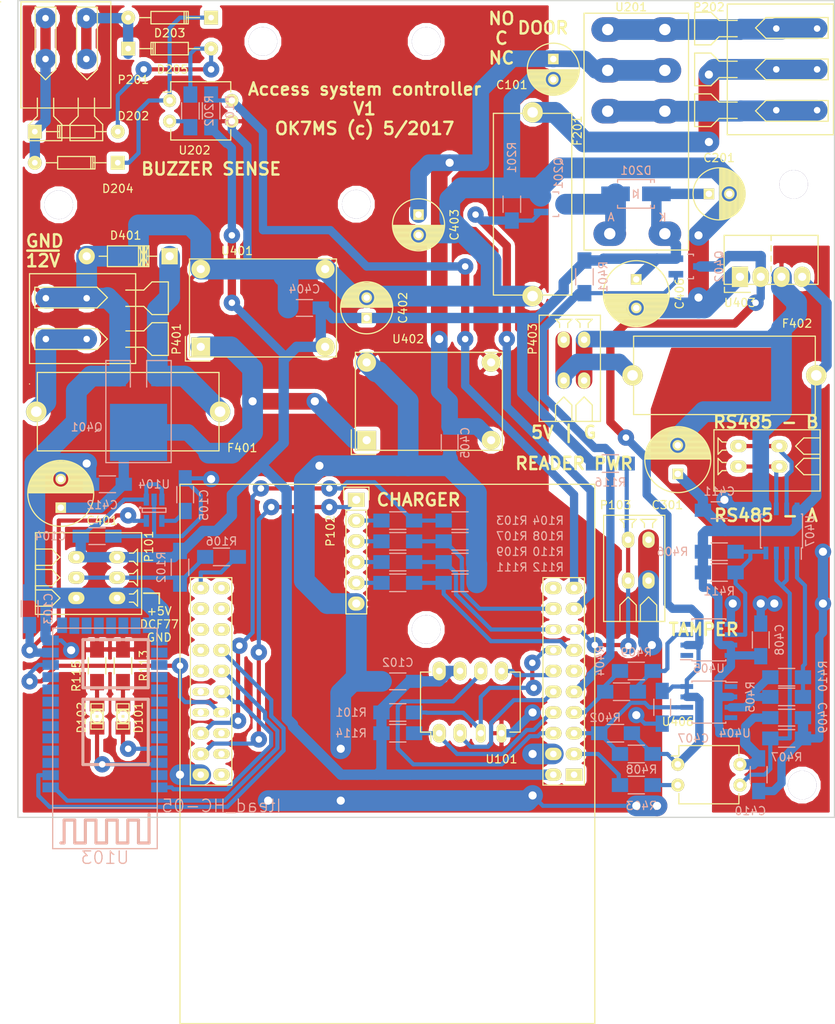
<source format=kicad_pcb>
(kicad_pcb (version 20170123) (host pcbnew "(2017-05-12 revision b823d0b)-master")
  (layers (0 F.Cu signal) (31 B.Cu signal hide) (34 B.Paste user) (35 F.Paste user) (36 B.SilkS user) (37 F.SilkS user) (38 B.Mask user) (39 F.Mask user) (44 Edge.Cuts user))
  (net 0 "")
  (net 1 GND)
  (net 2 +12V)
  (net 3 +5V)
  (net 4 VCC)
  (net 5 GNDA)
  (net 6 +5VA)
  (net 7 "Net-(D202-Pad2)")
  (net 8 /Door1/BUZZER_IN2)
  (net 9 /Door1/BUZZER_IN1)
  (net 10 "Net-(D203-Pad1)")
  (net 11 +BATT)
  (net 12 "Net-(F402-Pad1)")
  (net 13 /DOOR1)
  (net 14 /~READER_ON)
  (net 15 /MEM_WP)
  (net 16 "Net-(P101-Pad2)")
  (net 17 /BATT_SENSE)
  (net 18 /BUZZ1)
  (net 19 /DCF77)
  (net 20 /CHARGE_SENSE1)
  (net 21 /MEM_CS)
  (net 22 "Net-(R202-Pad1)")
  (net 23 /CHARGE)
  (net 24 /CPU_RX)
  (net 25 /~TX_EN)
  (net 26 "Net-(R403-Pad1)")
  (net 27 "Net-(R404-Pad1)")
  (net 28 /CPU_TX)
  (net 29 "Net-(R405-Pad2)")
  (net 30 /ReaderIntf/UNSAFE_RX)
  (net 31 /ReaderIntf/UNSAFE_TX)
  (net 32 "Net-(R407-Pad1)")
  (net 33 /MEM_MISO)
  (net 34 /MEM_MOSI)
  (net 35 /MEM_SCK)
  (net 36 +3V3)
  (net 37 "Net-(U102-Pad1.06)")
  (net 38 "Net-(U102-Pad3.10)")
  (net 39 "Net-(U102-Pad2.04)")
  (net 40 "Net-(U102-Pad2.05)")
  (net 41 "Net-(U102-Pad2.06)")
  (net 42 "Net-(U102-Pad2.07)")
  (net 43 "Net-(U102-Pad2.08)")
  (net 44 "Net-(U102-Pad2.09)")
  (net 45 "Net-(U102-Pad4.10)")
  (net 46 "Net-(U102-Pad4.09)")
  (net 47 "Net-(U102-Pad4.08)")
  (net 48 "Net-(U102-Pad4.03)")
  (net 49 "Net-(U102-Pad4.02)")
  (net 50 "Net-(U102-Pad4.01)")
  (net 51 /Door1/BUZZER_NO)
  (net 52 /Door1/BUZZER_NC)
  (net 53 /Door1/BUZZER_COM)
  (net 54 /CHARGE_SENSE2)
  (net 55 "Net-(R107-Pad2)")
  (net 56 "Net-(R109-Pad2)")
  (net 57 "Net-(R111-Pad2)")
  (net 58 /Power/PFUSED)
  (net 59 /Power/PIN)
  (net 60 /ReaderIntf/DCDCIN5V)
  (net 61 /Door1/RELAYGND)
  (net 62 "Net-(D101-Pad1)")
  (net 63 "Net-(D101-Pad2)")
  (net 64 "Net-(D102-Pad2)")
  (net 65 "Net-(D102-Pad1)")
  (net 66 /CPU_TX_BT)
  (net 67 /CPU_RX_BT)
  (net 68 /BT_AT_~COMM)
  (net 69 /~BT_RESET)
  (net 70 "Net-(C103-Pad1)")
  (net 71 "Net-(C105-Pad1)")
  (net 72 /TAMPER)
  (net 73 /ReaderIntf/485A)
  (net 74 /ReaderIntf/485B)
  (net 75 "Net-(C401-Pad1)")
  (module Mounting_Holes:MountingHole_3-5mm (layer F.Cu) (at 145 72.5)
    (fp_text reference REF** hide)
    (fp_text value MountingHole_3-5mm)
    (pad 1 thru_hole circle (at 0 0) (size 3.5 3.5) (drill 3.5) (layers))
  )
  (module Mounting_Holes:MountingHole_3-5mm (layer F.Cu) (at 80 55)
    (fp_text reference REF** hide)
    (fp_text value MountingHole_3-5mm)
    (pad 1 thru_hole circle (at 0 0) (size 3.5 3.5) (drill 3.5) (layers))
  )
  (module Mounting_Holes:MountingHole_3-5mm (layer F.Cu) (at 146.05 146.05)
    (fp_text reference REF** hide)
    (fp_text value MountingHole_3-5mm)
    (pad 1 thru_hole circle (at 0 0) (size 3.5 3.5) (drill 3.5) (layers))
  )
  (module Mounting_Holes:MountingHole_3-5mm (layer F.Cu) (at 100 127)
    (fp_text reference REF** hide)
    (fp_text value MountingHole_3-5mm)
    (pad 1 thru_hole circle (at 0 0) (size 3.5 3.5) (drill 3.5) (layers))
  )
  (module Mounting_Holes:MountingHole_3-5mm (layer F.Cu) (at 91.44 74.93)
    (fp_text reference REF** hide)
    (fp_text value MountingHole_3-5mm)
    (pad 1 thru_hole circle (at 0 0) (size 3.5 3.5) (drill 3.5) (layers))
  )
  (module Mounting_Holes:MountingHole_3-5mm (layer F.Cu) (at 100 55)
    (fp_text reference REF** hide)
    (fp_text value MountingHole_3-5mm)
    (pad 1 thru_hole circle (at 0 0) (size 3.5 3.5) (drill 3.5) (layers))
  )
  (module Mounting_Holes:MountingHole_3-5mm (layer F.Cu) (at 55 75)
    (fp_text reference REF** hide)
    (fp_text value MountingHole_3-5mm)
    (pad 1 thru_hole circle (at 0 0) (size 3.5 3.5) (drill 3.5) (layers))
  )
  (module th-npth:TI-Launchpad_4-Ports_LargePads (layer F.Cu) (at 95.25 142.24 180)
    (fp_text reference U102 hide)
    (fp_text value EK-TM4C123GXL)
    (pad 1.01 thru_hole rect (at -22.86 -2.54 180) (size 2.032 1.524) (drill 0.8) (layers *.Cu *.Mask F.SilkS) (net 36 +3V3))
    (pad 1.02 thru_hole oval (at -22.86 0 180) (size 2.032 1.524) (drill 0.8) (layers *.Cu *.Mask F.SilkS) (net 25 /~TX_EN))
    (pad 1.03 thru_hole oval (at -22.86 2.54 180) (size 2.032 1.524) (drill 0.8) (layers *.Cu *.Mask F.SilkS) (net 24 /CPU_RX))
    (pad 1.04 thru_hole oval (at -22.86 5.08 180) (size 2.032 1.524) (drill 0.8) (layers *.Cu *.Mask F.SilkS) (net 28 /CPU_TX))
    (pad 1.05 thru_hole oval (at -22.86 7.62 180) (size 2.032 1.524) (drill 0.8) (layers *.Cu *.Mask F.SilkS) (net 14 /~READER_ON))
    (pad 1.06 thru_hole oval (at -22.86 10.16 180) (size 2.032 1.524) (drill 0.8) (layers *.Cu *.Mask F.SilkS) (net 37 "Net-(U102-Pad1.06)"))
    (pad 1.07 thru_hole oval (at -22.86 12.7 180) (size 2.032 1.524) (drill 0.8) (layers *.Cu *.Mask F.SilkS) (net 57 "Net-(R111-Pad2)"))
    (pad 1.08 thru_hole oval (at -22.86 15.24 180) (size 2.032 1.2) (drill 0.8) (layers *.Cu *.Mask F.SilkS) (net 72 /TAMPER))
    (pad 1.09 thru_hole oval (at -22.86 17.78 180) (size 2.032 1.524) (drill 0.8) (layers *.Cu *.Mask F.SilkS) (net 13 /DOOR1))
    (pad 1.10 thru_hole oval (at -22.86 20.32 180) (size 2.032 1.524) (drill 0.8) (layers *.Cu *.Mask F.SilkS) (net 18 /BUZZ1))
    (pad 3.10 thru_hole oval (at -20.32 20.32 180) (size 2.032 1.524) (drill 0.8) (layers *.Cu *.Mask F.SilkS) (net 38 "Net-(U102-Pad3.10)"))
    (pad 3.09 thru_hole oval (at -20.32 17.78 180) (size 2.032 1.524) (drill 0.8) (layers *.Cu *.Mask F.SilkS) (net 55 "Net-(R107-Pad2)"))
    (pad 3.08 thru_hole oval (at -20.32 15.24 180) (size 2.032 1.2) (drill 0.8) (layers *.Cu *.Mask F.SilkS) (net 56 "Net-(R109-Pad2)"))
    (pad 3.07 thru_hole oval (at -20.32 12.7 180) (size 2.032 1.2) (drill 0.8) (layers *.Cu *.Mask F.SilkS) (net 15 /MEM_WP))
    (pad 3.06 thru_hole oval (at -20.32 10.16 180) (size 2.032 1.524) (drill 0.8) (layers *.Cu *.Mask F.SilkS) (net 34 /MEM_MOSI))
    (pad 3.05 thru_hole oval (at -20.32 7.62 180) (size 2.032 1.524) (drill 0.8) (layers *.Cu *.Mask F.SilkS) (net 33 /MEM_MISO))
    (pad 3.04 thru_hole oval (at -20.32 5.08 180) (size 2.032 1.524) (drill 0.8) (layers *.Cu *.Mask F.SilkS) (net 21 /MEM_CS))
    (pad 3.03 thru_hole oval (at -20.32 2.54 180) (size 2.032 1.524) (drill 0.8) (layers *.Cu *.Mask F.SilkS) (net 35 /MEM_SCK))
    (pad 3.02 thru_hole oval (at -20.32 0 180) (size 2.032 1.524) (drill 0.8) (layers *.Cu *.Mask F.SilkS) (net 1 GND))
    (pad 3.01 thru_hole oval (at -20.32 -2.54 180) (size 2.032 1.524) (drill 0.8) (layers *.Cu *.Mask F.SilkS) (net 3 +5V))
    (pad 2.01 thru_hole oval (at 22.86 -2.54 180) (size 2.032 1.524) (drill 0.8) (layers *.Cu *.Mask F.SilkS) (net 1 GND))
    (pad 2.02 thru_hole oval (at 22.86 0 180) (size 2.032 1.524) (drill 0.8) (layers *.Cu *.Mask F.SilkS) (net 23 /CHARGE))
    (pad 2.03 thru_hole oval (at 22.86 2.54 180) (size 2.032 1.524) (drill 0.8) (layers *.Cu *.Mask F.SilkS) (net 17 /BATT_SENSE))
    (pad 2.04 thru_hole oval (at 22.86 5.08 180) (size 2.032 1) (drill 0.8) (layers *.Cu *.Mask F.SilkS) (net 39 "Net-(U102-Pad2.04)"))
    (pad 2.05 thru_hole oval (at 22.86 7.62 180) (size 2.032 1) (drill 0.8) (layers *.Cu *.Mask F.SilkS) (net 40 "Net-(U102-Pad2.05)"))
    (pad 2.06 thru_hole oval (at 22.86 10.16 180) (size 2.032 1.524) (drill 0.8) (layers *.Cu *.Mask F.SilkS) (net 41 "Net-(U102-Pad2.06)"))
    (pad 2.07 thru_hole oval (at 22.86 12.7 180) (size 2.032 1.524) (drill 0.8) (layers *.Cu *.Mask F.SilkS) (net 42 "Net-(U102-Pad2.07)"))
    (pad 2.08 thru_hole oval (at 22.86 15.24 180) (size 2.032 1.524) (drill 0.8) (layers *.Cu *.Mask F.SilkS) (net 43 "Net-(U102-Pad2.08)"))
    (pad 2.09 thru_hole oval (at 22.86 17.78 180) (size 2.032 1.524) (drill 0.8) (layers *.Cu *.Mask F.SilkS) (net 44 "Net-(U102-Pad2.09)"))
    (pad 2.10 thru_hole oval (at 22.86 20.32 180) (size 2.032 1.524) (drill 0.8) (layers *.Cu *.Mask F.SilkS) (net 19 /DCF77))
    (pad 4.10 thru_hole oval (at 20.32 20.32 180) (size 2.032 1.524) (drill 0.8) (layers *.Cu *.Mask F.SilkS) (net 45 "Net-(U102-Pad4.10)"))
    (pad 4.09 thru_hole oval (at 20.32 17.78 180) (size 2.032 1.524) (drill 0.8) (layers *.Cu *.Mask F.SilkS) (net 46 "Net-(U102-Pad4.09)"))
    (pad 4.08 thru_hole oval (at 20.32 15.24 180) (size 2.032 1.524) (drill 0.8) (layers *.Cu *.Mask F.SilkS) (net 47 "Net-(U102-Pad4.08)"))
    (pad 4.07 thru_hole oval (at 20.32 12.7 180) (size 2.032 1.524) (drill 0.8) (layers *.Cu *.Mask F.SilkS) (net 66 /CPU_TX_BT))
    (pad 4.06 thru_hole oval (at 20.32 10.16 180) (size 2.032 1.524) (drill 0.8) (layers *.Cu *.Mask F.SilkS) (net 67 /CPU_RX_BT))
    (pad 4.05 thru_hole oval (at 20.32 7.62 180) (size 2.032 1.524) (drill 0.8) (layers *.Cu *.Mask F.SilkS) (net 68 /BT_AT_~COMM))
    (pad 4.04 thru_hole oval (at 20.32 5.08 180) (size 2.032 1.2) (drill 0.8) (layers *.Cu *.Mask F.SilkS) (net 69 /~BT_RESET))
    (pad 4.03 thru_hole oval (at 20.32 2.54 180) (size 2.032 1.2) (drill 0.8) (layers *.Cu *.Mask F.SilkS) (net 48 "Net-(U102-Pad4.03)"))
    (pad 4.02 thru_hole oval (at 20.32 0 180) (size 2.032 1.2) (drill 0.8) (layers *.Cu *.Mask F.SilkS) (net 49 "Net-(U102-Pad4.02)"))
    (pad 4.01 thru_hole oval (at 20.32 -2.54 180) (size 2.032 1.524) (drill 0.8) (layers *.Cu *.Mask F.SilkS) (net 50 "Net-(U102-Pad4.01)"))
  )
  (module th-npth:DIP-8_W300mil_LongPads (layer F.Cu) (at 101.6 139.7 90)
    (fp_text reference U101 (at -3.175 7.62 180) (layer F.SilkS))
    (fp_text value A25L40P)
    (pad 1 thru_hole oval (at 0 0 90) (size 2.3 1.6) (drill 0.8) (layers *.Cu *.Mask F.SilkS) (net 21 /MEM_CS))
    (pad 2 thru_hole oval (at 0 2.54 90) (size 2.3 1.6) (drill 0.8) (layers *.Cu *.Mask F.SilkS) (net 33 /MEM_MISO))
    (pad 3 thru_hole oval (at 0 5.08 90) (size 2.3 1.2) (drill 0.8) (layers *.Cu *.Mask F.SilkS) (net 15 /MEM_WP))
    (pad 4 thru_hole oval (at 0 7.62 90) (size 2.3 1.2) (drill 0.8) (layers *.Cu *.Mask F.SilkS) (net 1 GND))
    (pad 5 thru_hole oval (at 7.62 7.62 90) (size 2.3 1.6) (drill 0.8) (layers *.Cu *.Mask F.SilkS) (net 34 /MEM_MOSI))
    (pad 6 thru_hole oval (at 7.62 5.08 90) (size 2.3 1.6) (drill 0.8) (layers *.Cu *.Mask F.SilkS) (net 35 /MEM_SCK))
    (pad 7 thru_hole oval (at 7.62 2.54 90) (size 2.3 1.6) (drill 0.8) (layers *.Cu *.Mask F.SilkS) (net 3 +5V))
    (pad 8 thru_hole oval (at 7.62 0 90) (size 2.3 1.6) (drill 0.8) (layers *.Cu *.Mask F.SilkS) (net 3 +5V))
  )
  (module th-npth:Wire-2_Wago-233-P2.5mm (layer F.Cu) (at 142.24 106.045 90)
    (fp_text reference P402 hide)
    (fp_text value Wago_233-502)
    (pad 1 thru_hole oval (at -1 1 90) (size 1.5 2) (drill 0.8) (layers *.Cu *.Mask F.SilkS) (net 73 /ReaderIntf/485A))
    (pad 2 thru_hole oval (at 1.5 1 90) (size 1.5 2) (drill 0.8) (layers *.Cu *.Mask F.SilkS) (net 74 /ReaderIntf/485B))
    (pad 2 thru_hole oval (at 1.5 -4 90) (size 1.5 2) (drill 0.8) (layers *.Cu *.Mask F.SilkS) (net 74 /ReaderIntf/485B))
    (pad 1 thru_hole oval (at -1 -4 90) (size 1.5 2) (drill 0.8) (layers *.Cu *.Mask F.SilkS) (net 73 /ReaderIntf/485A))
  )
  (module th-normal:C_Radial_D6.3_L11.2_P2.5 (layer F.Cu) (at 115.57 57.15 270)
    (fp_text reference C101 (at 3.175 5.08) (layer F.SilkS))
    (fp_text value Jamicon_220uF_16V_TKP)
    (pad 2 thru_hole circle (at 2.5 0 270) (size 1.3 1.3) (drill 0.8) (layers *.Cu *.Mask F.SilkS) (net 1 GND))
    (pad 1 thru_hole rect (at 0 0 270) (size 1.3 1.3) (drill 0.8) (layers *.Cu *.Mask F.SilkS) (net 2 +12V))
  )
  (module smd-handsolder:C_1206_HandSoldering (layer B.Cu) (at 96.52 133.35 180)
    (fp_text reference C102 (at 0 2.3 180) (layer B.SilkS) (effects (justify mirror)))
    (fp_text value C)
    (pad 2 smd rect (at 2 0 180) (size 2 1.6) (layers B.Cu B.Paste B.Mask) (net 1 GND))
    (pad 1 smd rect (at -2 0 180) (size 2 1.6) (layers B.Cu B.Paste B.Mask) (net 3 +5V))
  )
  (module th-normal:C_Radial_D6.3_L11.2_P2.5 (layer F.Cu) (at 134.62 73.66)
    (fp_text reference C201 (at 1.25 -4.4) (layer F.SilkS))
    (fp_text value Jamicon_220uF_16V_TKP)
    (pad 1 thru_hole rect (at 0 0) (size 1.3 1.3) (drill 0.8) (layers *.Cu *.Mask F.SilkS) (net 3 +5V))
    (pad 2 thru_hole circle (at 2.5 0) (size 1.3 1.3) (drill 0.8) (layers *.Cu *.Mask F.SilkS) (net 1 GND))
  )
  (module th-normal:C_Radial_D6.3_L11.2_P2.5 (layer F.Cu) (at 92.71 88.86 90)
    (fp_text reference C402 (at 1.25 4.445 90) (layer F.SilkS))
    (fp_text value Jamicon_220uF_16V_TKP)
    (pad 1 thru_hole rect (at 0 0 90) (size 1.3 1.3) (drill 0.8) (layers *.Cu *.Mask F.SilkS) (net 3 +5V))
    (pad 2 thru_hole circle (at 2.5 0 90) (size 1.3 1.3) (drill 0.8) (layers *.Cu *.Mask F.SilkS) (net 1 GND))
  )
  (module th-normal:C_Radial_D6.3_L11.2_P2.5 (layer F.Cu) (at 99.06 76.2 270)
    (fp_text reference C403 (at 1.25 -4.4 270) (layer F.SilkS))
    (fp_text value Jamicon_220uF_16V_TKP)
    (pad 2 thru_hole circle (at 2.5 0 270) (size 1.3 1.3) (drill 0.8) (layers *.Cu *.Mask F.SilkS) (net 1 GND))
    (pad 1 thru_hole rect (at 0 0 270) (size 1.3 1.3) (drill 0.8) (layers *.Cu *.Mask F.SilkS) (net 2 +12V))
  )
  (module smd-handsolder:C_1206_HandSoldering (layer B.Cu) (at 85.09 87.63 180)
    (fp_text reference C404 (at 0 2.3 180) (layer B.SilkS) (effects (justify mirror)))
    (fp_text value C)
    (pad 1 smd rect (at -2 0 180) (size 2 1.6) (layers B.Cu B.Paste B.Mask) (net 3 +5V))
    (pad 2 smd rect (at 2 0 180) (size 2 1.6) (layers B.Cu B.Paste B.Mask) (net 1 GND))
  )
  (module smd-handsolder:C_1206_HandSoldering (layer B.Cu) (at 102.87 104.14 270)
    (fp_text reference C405 (at 0 -1.905 270) (layer B.SilkS) (effects (justify mirror)))
    (fp_text value C)
    (pad 2 smd rect (at 2 0 270) (size 2 1.6) (layers B.Cu B.Paste B.Mask) (net 1 GND))
    (pad 1 smd rect (at -2 0 270) (size 2 1.6) (layers B.Cu B.Paste B.Mask) (net 2 +12V))
  )
  (module smd-handsolder:C_1206_HandSoldering (layer B.Cu) (at 128.905 136.525 270)
    (fp_text reference C407 (at 3.81 -3.81) (layer B.SilkS) (effects (justify mirror)))
    (fp_text value 100n)
    (pad 1 smd rect (at -2 0 270) (size 2 1.6) (layers B.Cu B.Paste B.Mask) (net 60 /ReaderIntf/DCDCIN5V))
    (pad 2 smd rect (at 2 0 270) (size 2 1.6) (layers B.Cu B.Paste B.Mask) (net 1 GND))
  )
  (module smd-handsolder:C_1206_HandSoldering (layer B.Cu) (at 140.97 128.27 90)
    (fp_text reference C408 (at 0 2.3 90) (layer B.SilkS) (effects (justify mirror)))
    (fp_text value 100n)
    (pad 2 smd rect (at 2 0 90) (size 2 1.6) (layers B.Cu B.Paste B.Mask) (net 5 GNDA))
    (pad 1 smd rect (at -2 0 90) (size 2 1.6) (layers B.Cu B.Paste B.Mask) (net 6 +5VA))
  )
  (module smd-handsolder:C_1206_HandSoldering (layer B.Cu) (at 144.145 137.795 180)
    (fp_text reference C409 (at -4.445 0 270) (layer B.SilkS) (effects (justify mirror)))
    (fp_text value 100n)
    (pad 2 smd rect (at 2 0 180) (size 2 1.6) (layers B.Cu B.Paste B.Mask) (net 6 +5VA))
    (pad 1 smd rect (at -2 0 180) (size 2 1.6) (layers B.Cu B.Paste B.Mask) (net 5 GNDA))
  )
  (module smd-handsolder:C_1206_HandSoldering (layer B.Cu) (at 140.716 144.78 90)
    (fp_text reference C410 (at -4.445 -1.016 180) (layer B.SilkS) (effects (justify mirror)))
    (fp_text value 100n)
    (pad 1 smd rect (at -2 0 90) (size 2 1.6) (layers B.Cu B.Paste B.Mask) (net 5 GNDA))
    (pad 2 smd rect (at 2 0 90) (size 2 1.6) (layers B.Cu B.Paste B.Mask) (net 6 +5VA))
  )
  (module smd-handsolder:C_1206_HandSoldering (layer B.Cu) (at 135.89 112.395 180)
    (fp_text reference C411 (at 0 2.3 180) (layer B.SilkS) (effects (justify mirror)))
    (fp_text value 100n)
    (pad 1 smd rect (at -2 0 180) (size 2 1.6) (layers B.Cu B.Paste B.Mask) (net 5 GNDA))
    (pad 2 smd rect (at 2 0 180) (size 2 1.6) (layers B.Cu B.Paste B.Mask) (net 6 +5VA))
  )
  (module smd-handsolder:Diode-SMA_Handsoldering (layer B.Cu) (at 125.68936 73.66 180)
    (fp_text reference D201 (at 0 2.85 180) (layer B.SilkS) (effects (justify mirror)))
    (fp_text value SK110)
    (fp_text user K (at -3.25 -2.9 180) (layer B.SilkS) (effects (justify mirror)))
    (fp_text user A (at 3.05 -2.85 180) (layer B.SilkS) (effects (justify mirror)))
    (pad 1 smd rect (at -2.49936 0 180) (size 3.50012 1.80086) (layers B.Cu B.Paste B.Mask) (net 3 +5V))
    (pad 2 smd rect (at 2.49936 0 180) (size 3.50012 1.80086) (layers B.Cu B.Paste B.Mask) (net 61 /Door1/RELAYGND))
  )
  (module th-npth:Diode_DO-35_SOD27_Horizontal_RM10 (layer F.Cu) (at 52.06948 66.04254)
    (fp_text reference D202 (at 12.06552 -1.90754) (layer F.SilkS))
    (fp_text value SD103A)
    (pad 2 thru_hole circle (at 10.16052 -0.00254 180) (size 1.69926 1.69926) (drill 0.70104) (layers *.Cu *.Mask F.SilkS) (net 7 "Net-(D202-Pad2)"))
    (pad 1 thru_hole rect (at 0.00052 -0.00254 180) (size 1.69926 1.69926) (drill 0.70104) (layers *.Cu *.Mask F.SilkS) (net 8 /Door1/BUZZER_IN2))
  )
  (module th-npth:Diode_DO-35_SOD27_Horizontal_RM10 (layer F.Cu) (at 73.6574 52.0827 180)
    (fp_text reference D203 (at 5.0774 -1.8923 180) (layer F.SilkS))
    (fp_text value SD103A)
    (pad 2 thru_hole circle (at 10.16052 -0.00254) (size 1.69926 1.69926) (drill 0.70104) (layers *.Cu *.Mask F.SilkS) (net 9 /Door1/BUZZER_IN1))
    (pad 1 thru_hole rect (at 0.00052 -0.00254) (size 1.69926 1.69926) (drill 0.70104) (layers *.Cu *.Mask F.SilkS) (net 10 "Net-(D203-Pad1)"))
  )
  (module th-npth:Diode_DO-35_SOD27_Horizontal_RM10 (layer F.Cu) (at 62.23052 69.84746 180)
    (fp_text reference D204 (at 0.00052 -3.17754 180) (layer F.SilkS))
    (fp_text value SD103A)
    (pad 1 thru_hole rect (at 0.00052 -0.00254) (size 1.69926 1.69926) (drill 0.70104) (layers *.Cu *.Mask F.SilkS) (net 10 "Net-(D203-Pad1)"))
    (pad 2 thru_hole circle (at 10.16052 -0.00254) (size 1.69926 1.69926) (drill 0.70104) (layers *.Cu *.Mask F.SilkS) (net 8 /Door1/BUZZER_IN2))
  )
  (module th-npth:Diode_DO-35_SOD27_Horizontal_RM10 (layer F.Cu) (at 63.5 55.88)
    (fp_text reference D205 (at 5.43052 2.53746) (layer F.SilkS))
    (fp_text value SD103A)
    (pad 1 thru_hole rect (at 0.00052 -0.00254 180) (size 1.69926 1.69926) (drill 0.70104) (layers *.Cu *.Mask F.SilkS) (net 9 /Door1/BUZZER_IN1))
    (pad 2 thru_hole circle (at 10.16052 -0.00254 180) (size 1.69926 1.69926) (drill 0.70104) (layers *.Cu *.Mask F.SilkS) (net 7 "Net-(D202-Pad2)"))
  )
  (module th-normal:Diode_DO-41_SOD81_Horizontal_RM10 (layer F.Cu) (at 68.58 81.29524 180)
    (fp_text reference D401 (at 5.38734 2.53746 180) (layer F.SilkS))
    (fp_text value BZX85C15)
    (pad 2 thru_hole circle (at 10.16 -0.00254) (size 1.99898 1.99898) (drill 1) (layers *.Cu *.Mask F.SilkS) (net 1 GND))
    (pad 1 thru_hole rect (at 0 -0.00254) (size 1.99898 1.99898) (drill 1) (layers *.Cu *.Mask F.SilkS) (net 58 /Power/PFUSED))
  )
  (module th-normal:Fuse_5x20_Schurter-0031-8201 (layer F.Cu) (at 63.5 100.33 180)
    (fp_text reference F401 (at -13.97 -4.445 180) (layer F.SilkS))
    (fp_text value FUSE)
    (pad 2 thru_hole circle (at 11.25 0 180) (size 2.5 2.5) (drill 1.3) (layers *.Cu *.Mask F.SilkS) (net 59 /Power/PIN))
    (pad 1 thru_hole circle (at -11.25 0 180) (size 2.5 2.5) (drill 1.3) (layers *.Cu *.Mask F.SilkS) (net 58 /Power/PFUSED))
  )
  (module th-normal:Fuse_5x20_Schurter-0031-8201 (layer F.Cu) (at 136.525 95.885)
    (fp_text reference F402 (at 8.89 -6.35) (layer F.SilkS))
    (fp_text value FUSE)
    (pad 1 thru_hole circle (at -11.25 0) (size 2.5 2.5) (drill 1.3) (layers *.Cu *.Mask F.SilkS) (net 12 "Net-(F402-Pad1)"))
    (pad 2 thru_hole circle (at 11.25 0) (size 2.5 2.5) (drill 1.3) (layers *.Cu *.Mask F.SilkS) (net 6 +5VA))
  )
  (module smd-handsolder:SOT-23_HandSoldering (layer B.Cu) (at 115.57 74.93 90)
    (fp_text reference Q201 (at 3.81 0.635 90) (layer B.SilkS) (effects (justify mirror)))
    (fp_text value 2N7002K)
    (pad 3 smd rect (at 0 1.50114 90) (size 0.8001 1.80086) (layers B.Cu B.Paste B.Mask) (net 61 /Door1/RELAYGND))
    (pad 2 smd rect (at 0.95 -1.50114 90) (size 0.8001 1.80086) (layers B.Cu B.Paste B.Mask) (net 1 GND))
    (pad 1 smd rect (at -0.95 -1.50114 90) (size 0.8001 1.80086) (layers B.Cu B.Paste B.Mask) (net 13 /DOOR1))
  )
  (module smd-handsolder:DPAK_HandSoldering (layer B.Cu) (at 64.77 100.57)
    (fp_text reference Q401 (at -6.35 1.665 -180) (layer B.SilkS) (effects (justify mirror)))
    (fp_text value IRFU9024)
    (pad 4 smd rect (at 0 2.3) (size 7 7) (layers B.Cu B.Paste B.Mask) (net 75 "Net-(C401-Pad1)"))
    (pad 1 smd rect (at -2.3 -4.6) (size 1.5 2.5) (layers B.Cu B.Paste B.Mask) (net 1 GND))
    (pad 3 smd rect (at 2.3 -4.6) (size 1.5 2.5) (layers B.Cu B.Paste B.Mask) (net 58 /Power/PFUSED))
  )
  (module smd-handsolder:SOT-23_HandSoldering (layer B.Cu) (at 132.08 82.55 90)
    (fp_text reference Q402 (at 0 3.81 90) (layer B.SilkS) (effects (justify mirror)))
    (fp_text value IRLML6402)
    (pad 1 smd rect (at -0.95 -1.50114 90) (size 0.8001 1.80086) (layers B.Cu B.Paste B.Mask) (net 14 /~READER_ON))
    (pad 2 smd rect (at 0.95 -1.50114 90) (size 0.8001 1.80086) (layers B.Cu B.Paste B.Mask) (net 3 +5V))
    (pad 3 smd rect (at 0 1.50114 90) (size 0.8001 1.80086) (layers B.Cu B.Paste B.Mask) (net 60 /ReaderIntf/DCDCIN5V))
  )
  (module smd-handsolder:R_1206_HandSoldering (layer B.Cu) (at 96.52 137.16)
    (fp_text reference R101 (at -5.715 0) (layer B.SilkS) (effects (justify mirror)))
    (fp_text value 10k)
    (pad 1 smd rect (at -2 0) (size 2 1.7) (layers B.Cu B.Paste B.Mask) (net 3 +5V))
    (pad 2 smd rect (at 2 0) (size 2 1.7) (layers B.Cu B.Paste B.Mask) (net 15 /MEM_WP))
  )
  (module smd-handsolder:R_1206_HandSoldering (layer B.Cu) (at 69.85 119.38 270)
    (fp_text reference R102 (at 0 2.3 270) (layer B.SilkS) (effects (justify mirror)))
    (fp_text value 10k)
    (pad 2 smd rect (at 2 0 270) (size 2 1.7) (layers B.Cu B.Paste B.Mask) (net 16 "Net-(P101-Pad2)"))
    (pad 1 smd rect (at -2 0 270) (size 2 1.7) (layers B.Cu B.Paste B.Mask) (net 3 +5V))
  )
  (module smd-handsolder:R_1206_HandSoldering (layer B.Cu) (at 96.52 113.665)
    (fp_text reference R103 (at 13.97 0) (layer B.SilkS) (effects (justify mirror)))
    (fp_text value 100k)
    (pad 2 smd rect (at 2 0) (size 2 1.7) (layers B.Cu B.Paste B.Mask) (net 17 /BATT_SENSE))
    (pad 1 smd rect (at -2 0) (size 2 1.7) (layers B.Cu B.Paste B.Mask) (net 11 +BATT))
  )
  (module smd-handsolder:R_1206_HandSoldering (layer B.Cu) (at 104.14 113.665)
    (fp_text reference R104 (at 10.795 0) (layer B.SilkS) (effects (justify mirror)))
    (fp_text value 25k)
    (pad 1 smd rect (at -2 0) (size 2 1.7) (layers B.Cu B.Paste B.Mask) (net 17 /BATT_SENSE))
    (pad 2 smd rect (at 2 0) (size 2 1.7) (layers B.Cu B.Paste B.Mask) (net 1 GND))
  )
  (module smd-handsolder:R_1206_HandSoldering (layer B.Cu) (at 73.66 63.5 90)
    (fp_text reference R105 (at 0 2.3 90) (layer B.SilkS) (effects (justify mirror)))
    (fp_text value 10k)
    (pad 2 smd rect (at 2 0 90) (size 2 1.7) (layers B.Cu B.Paste B.Mask) (net 18 /BUZZ1))
    (pad 1 smd rect (at -2 0 90) (size 2 1.7) (layers B.Cu B.Paste B.Mask) (net 3 +5V))
  )
  (module smd-handsolder:R_1206_HandSoldering (layer B.Cu) (at 74.93 118.11)
    (fp_text reference R106 (at 0 -1.905) (layer B.SilkS) (effects (justify mirror)))
    (fp_text value 0)
    (pad 1 smd rect (at -2 0) (size 2 1.7) (layers B.Cu B.Paste B.Mask) (net 16 "Net-(P101-Pad2)"))
    (pad 2 smd rect (at 2 0) (size 2 1.7) (layers B.Cu B.Paste B.Mask) (net 19 /DCF77))
  )
  (module smd-handsolder:R_1206_HandSoldering (layer B.Cu) (at 96.52 116.205)
    (fp_text reference R107 (at 13.97 -0.635) (layer B.SilkS) (effects (justify mirror)))
    (fp_text value 100k)
    (pad 2 smd rect (at 2 0) (size 2 1.7) (layers B.Cu B.Paste B.Mask) (net 55 "Net-(R107-Pad2)"))
    (pad 1 smd rect (at -2 0) (size 2 1.7) (layers B.Cu B.Paste B.Mask) (net 54 /CHARGE_SENSE2))
  )
  (module smd-handsolder:R_1206_HandSoldering (layer B.Cu) (at 104.14 116.205)
    (fp_text reference R108 (at 10.795 -0.635) (layer B.SilkS) (effects (justify mirror)))
    (fp_text value 25k)
    (pad 1 smd rect (at -2 0) (size 2 1.7) (layers B.Cu B.Paste B.Mask) (net 55 "Net-(R107-Pad2)"))
    (pad 2 smd rect (at 2 0) (size 2 1.7) (layers B.Cu B.Paste B.Mask) (net 1 GND))
  )
  (module smd-handsolder:R_1206_HandSoldering (layer B.Cu) (at 96.52 118.745)
    (fp_text reference R109 (at 13.97 -1.27) (layer B.SilkS) (effects (justify mirror)))
    (fp_text value 100k)
    (pad 1 smd rect (at -2 0) (size 2 1.7) (layers B.Cu B.Paste B.Mask) (net 20 /CHARGE_SENSE1))
    (pad 2 smd rect (at 2 0) (size 2 1.7) (layers B.Cu B.Paste B.Mask) (net 56 "Net-(R109-Pad2)"))
  )
  (module smd-handsolder:R_1206_HandSoldering (layer B.Cu) (at 104.14 118.745)
    (fp_text reference R110 (at 10.795 -1.27) (layer B.SilkS) (effects (justify mirror)))
    (fp_text value 25k)
    (pad 2 smd rect (at 2 0) (size 2 1.7) (layers B.Cu B.Paste B.Mask) (net 1 GND))
    (pad 1 smd rect (at -2 0) (size 2 1.7) (layers B.Cu B.Paste B.Mask) (net 56 "Net-(R109-Pad2)"))
  )
  (module smd-handsolder:R_1206_HandSoldering (layer B.Cu) (at 96.52 139.7)
    (fp_text reference R114 (at -5.715 0) (layer B.SilkS) (effects (justify mirror)))
    (fp_text value 10k)
    (pad 2 smd rect (at 2 0) (size 2 1.7) (layers B.Cu B.Paste B.Mask) (net 21 /MEM_CS))
    (pad 1 smd rect (at -2 0) (size 2 1.7) (layers B.Cu B.Paste B.Mask) (net 3 +5V))
  )
  (module smd-handsolder:R_1206_HandSoldering (layer B.Cu) (at 110.49 74.93 90)
    (fp_text reference R201 (at 5.715 0 90) (layer B.SilkS) (effects (justify mirror)))
    (fp_text value R)
    (pad 1 smd rect (at -2 0 90) (size 2 1.7) (layers B.Cu B.Paste B.Mask) (net 13 /DOOR1))
    (pad 2 smd rect (at 2 0 90) (size 2 1.7) (layers B.Cu B.Paste B.Mask) (net 1 GND))
  )
  (module smd-handsolder:R_1206_HandSoldering (layer B.Cu) (at 71.12 63.5 90)
    (fp_text reference R202 (at 0 2.3 90) (layer B.SilkS) (effects (justify mirror)))
    (fp_text value R)
    (pad 1 smd rect (at -2 0 90) (size 2 1.7) (layers B.Cu B.Paste B.Mask) (net 22 "Net-(R202-Pad1)"))
    (pad 2 smd rect (at 2 0 90) (size 2 1.7) (layers B.Cu B.Paste B.Mask) (net 7 "Net-(D202-Pad2)"))
  )
  (module smd-handsolder:R_1206_HandSoldering (layer B.Cu) (at 119.38 83.82 90)
    (fp_text reference R401 (at 0 2.3 90) (layer B.SilkS) (effects (justify mirror)))
    (fp_text value 10k)
    (pad 1 smd rect (at -2 0 90) (size 2 1.7) (layers B.Cu B.Paste B.Mask) (net 14 /~READER_ON))
    (pad 2 smd rect (at 2 0 90) (size 2 1.7) (layers B.Cu B.Paste B.Mask) (net 3 +5V))
  )
  (module smd-handsolder:R_1206_HandSoldering (layer B.Cu) (at 123.19 139.7)
    (fp_text reference R402 (at -1.27 -1.905) (layer B.SilkS) (effects (justify mirror)))
    (fp_text value 1k)
    (pad 2 smd rect (at 2 0) (size 2 1.7) (layers B.Cu B.Paste B.Mask) (net 60 /ReaderIntf/DCDCIN5V))
    (pad 1 smd rect (at -2 0) (size 2 1.7) (layers B.Cu B.Paste B.Mask) (net 24 /CPU_RX))
  )
  (module smd-handsolder:R_1206_HandSoldering (layer B.Cu) (at 125.73 146.05 180)
    (fp_text reference R403 (at -0.635 -2.54 180) (layer B.SilkS) (effects (justify mirror)))
    (fp_text value R)
    (pad 2 smd rect (at 2 0 180) (size 2 1.7) (layers B.Cu B.Paste B.Mask) (net 25 /~TX_EN))
    (pad 1 smd rect (at -2 0 180) (size 2 1.7) (layers B.Cu B.Paste B.Mask) (net 26 "Net-(R403-Pad1)"))
  )
  (module smd-handsolder:R_1206_HandSoldering (layer B.Cu) (at 123.92 134.62 180)
    (fp_text reference R404 (at 2.635 3.81 270) (layer B.SilkS) (effects (justify mirror)))
    (fp_text value 1k)
    (pad 1 smd rect (at -2 0 180) (size 2 1.7) (layers B.Cu B.Paste B.Mask) (net 27 "Net-(R404-Pad1)"))
    (pad 2 smd rect (at 2 0 180) (size 2 1.7) (layers B.Cu B.Paste B.Mask) (net 28 /CPU_TX))
  )
  (module smd-handsolder:R_1206_HandSoldering (layer B.Cu) (at 144.145 135.255 180)
    (fp_text reference R405 (at 4.445 0 270) (layer B.SilkS) (effects (justify mirror)))
    (fp_text value 1k)
    (pad 2 smd rect (at 2 0 180) (size 2 1.7) (layers B.Cu B.Paste B.Mask) (net 29 "Net-(R405-Pad2)"))
    (pad 1 smd rect (at -2 0 180) (size 2 1.7) (layers B.Cu B.Paste B.Mask) (net 30 /ReaderIntf/UNSAFE_RX))
  )
  (module smd-handsolder:R_1206_HandSoldering (layer B.Cu) (at 135.89 117.475)
    (fp_text reference R406 (at -5.715 0) (layer B.SilkS) (effects (justify mirror)))
    (fp_text value 1k)
    (pad 1 smd rect (at -2 0) (size 2 1.7) (layers B.Cu B.Paste B.Mask) (net 6 +5VA))
    (pad 2 smd rect (at 2 0) (size 2 1.7) (layers B.Cu B.Paste B.Mask) (net 31 /ReaderIntf/UNSAFE_TX))
  )
  (module smd-handsolder:R_1206_HandSoldering (layer B.Cu) (at 144.145 140.335)
    (fp_text reference R407 (at 0 2.3) (layer B.SilkS) (effects (justify mirror)))
    (fp_text value 10k)
    (pad 2 smd rect (at 2 0) (size 2 1.7) (layers B.Cu B.Paste B.Mask) (net 5 GNDA))
    (pad 1 smd rect (at -2 0) (size 2 1.7) (layers B.Cu B.Paste B.Mask) (net 32 "Net-(R407-Pad1)"))
  )
  (module smd-handsolder:R_1206_HandSoldering (layer B.Cu) (at 125.73 142.24)
    (fp_text reference R408 (at 0.635 1.905) (layer B.SilkS) (effects (justify mirror)))
    (fp_text value 1k)
    (pad 1 smd rect (at -2 0) (size 2 1.7) (layers B.Cu B.Paste B.Mask) (net 24 /CPU_RX))
    (pad 2 smd rect (at 2 0) (size 2 1.7) (layers B.Cu B.Paste B.Mask) (net 60 /ReaderIntf/DCDCIN5V))
  )
  (module smd-handsolder:R_1206_HandSoldering (layer B.Cu) (at 125.73 132.08 180)
    (fp_text reference R409 (at 0 2.3 180) (layer B.SilkS) (effects (justify mirror)))
    (fp_text value 1k)
    (pad 1 smd rect (at -2 0 180) (size 2 1.7) (layers B.Cu B.Paste B.Mask) (net 27 "Net-(R404-Pad1)"))
    (pad 2 smd rect (at 2 0 180) (size 2 1.7) (layers B.Cu B.Paste B.Mask) (net 28 /CPU_TX))
  )
  (module smd-handsolder:R_1206_HandSoldering (layer B.Cu) (at 144.145 132.842 180)
    (fp_text reference R410 (at -4.445 0.127 270) (layer B.SilkS) (effects (justify mirror)))
    (fp_text value 1k)
    (pad 1 smd rect (at -2 0 180) (size 2 1.7) (layers B.Cu B.Paste B.Mask) (net 30 /ReaderIntf/UNSAFE_RX))
    (pad 2 smd rect (at 2 0 180) (size 2 1.7) (layers B.Cu B.Paste B.Mask) (net 29 "Net-(R405-Pad2)"))
  )
  (module smd-handsolder:R_1206_HandSoldering (layer B.Cu) (at 135.89 120.015)
    (fp_text reference R411 (at 0 2.3) (layer B.SilkS) (effects (justify mirror)))
    (fp_text value 1k)
    (pad 2 smd rect (at 2 0) (size 2 1.7) (layers B.Cu B.Paste B.Mask) (net 31 /ReaderIntf/UNSAFE_TX))
    (pad 1 smd rect (at -2 0) (size 2 1.7) (layers B.Cu B.Paste B.Mask) (net 6 +5VA))
  )
  (module th-normal:DIP-4_W300mil (layer F.Cu) (at 68.58 62.23)
    (fp_text reference U202 (at 3.048 6.096) (layer F.SilkS))
    (fp_text value Cosmo_1010-817)
    (pad 4 thru_hole oval (at 7.62 0) (size 1.6 1.6) (drill 0.8) (layers *.Cu *.Mask F.SilkS) (net 18 /BUZZ1))
    (pad 3 thru_hole oval (at 7.62 2.54) (size 1.6 1.6) (drill 0.8) (layers *.Cu *.Mask F.SilkS) (net 1 GND))
    (pad 2 thru_hole oval (at 0 2.54) (size 1.6 1.6) (drill 0.8) (layers *.Cu *.Mask F.SilkS) (net 22 "Net-(R202-Pad1)"))
    (pad 1 thru_hole oval (at 0 0) (size 1.6 1.6) (drill 0.8) (layers *.Cu *.Mask F.SilkS) (net 10 "Net-(D203-Pad1)"))
  )
  (module th-normal:DcDc_MH_MINI_360 (layer F.Cu) (at 80.01 87.63 90)
    (fp_text reference U401 (at 6.985 -3.175 180) (layer F.SilkS))
    (fp_text value Mini-360)
    (pad 1 thru_hole rect (at -4.7625 -7.62 90) (size 2.3 2.3) (drill 1) (layers *.Cu *.Mask F.SilkS) (net 75 "Net-(C401-Pad1)"))
    (pad 4 thru_hole circle (at 4.7625 -7.62 90) (size 2.3 2.3) (drill 1) (layers *.Cu *.Mask F.SilkS) (net 1 GND))
    (pad 3 thru_hole circle (at 4.7625 7.62 90) (size 2.3 2.3) (drill 1) (layers *.Cu *.Mask F.SilkS) (net 1 GND))
    (pad 2 thru_hole circle (at -4.7625 7.62 90) (size 2.3 2.3) (drill 1) (layers *.Cu *.Mask F.SilkS) (net 3 +5V))
  )
  (module th-normal:DcDc_Roe_SIP-4 (layer F.Cu) (at 142.24 83.82)
    (fp_text reference U403 (at -3.81 3.175) (layer F.SilkS))
    (fp_text value ROE-0505S)
    (pad 1 thru_hole rect (at -3.81 0) (size 2 2.5) (drill 1) (layers *.Cu *.Mask F.SilkS) (net 1 GND))
    (pad 2 thru_hole oval (at -1.27 0) (size 2 2.5) (drill 1) (layers *.Cu *.Mask F.SilkS) (net 60 /ReaderIntf/DCDCIN5V))
    (pad 3 thru_hole oval (at 1.27 0) (size 2 2.5) (drill 1) (layers *.Cu *.Mask F.SilkS) (net 5 GNDA))
    (pad 4 thru_hole oval (at 3.81 0) (size 2 2.5) (drill 1) (layers *.Cu *.Mask F.SilkS) (net 6 +5VA))
  )
  (module smd-normal:SOIC-8_3.9x4.9mm_Pitch1.27mm (layer B.Cu) (at 134.62 135.89 180)
    (fp_text reference U404 (at -3.175 -3.81 180) (layer B.SilkS) (effects (justify mirror)))
    (fp_text value HCPL-0601-500E)
    (pad 1 smd rect (at -2.7 1.905 180) (size 1.55 0.6) (layers B.Cu B.Paste B.Mask))
    (pad 2 smd rect (at -2.7 0.635 180) (size 1.55 0.6) (layers B.Cu B.Paste B.Mask) (net 6 +5VA))
    (pad 3 smd rect (at -2.7 -0.635 180) (size 1.55 0.6) (layers B.Cu B.Paste B.Mask) (net 29 "Net-(R405-Pad2)"))
    (pad 4 smd rect (at -2.7 -1.905 180) (size 1.55 0.6) (layers B.Cu B.Paste B.Mask))
    (pad 5 smd rect (at 2.7 -1.905 180) (size 1.55 0.6) (layers B.Cu B.Paste B.Mask) (net 1 GND))
    (pad 6 smd rect (at 2.7 -0.635 180) (size 1.55 0.6) (layers B.Cu B.Paste B.Mask) (net 24 /CPU_RX))
    (pad 7 smd rect (at 2.7 0.635 180) (size 1.55 0.6) (layers B.Cu B.Paste B.Mask) (net 60 /ReaderIntf/DCDCIN5V))
    (pad 8 smd rect (at 2.7 1.905 180) (size 1.55 0.6) (layers B.Cu B.Paste B.Mask) (net 60 /ReaderIntf/DCDCIN5V))
  )
  (module smd-normal:SOIC-8_3.9x4.9mm_Pitch1.27mm (layer B.Cu) (at 134.62 128.27)
    (fp_text reference U405 (at 0 3.5) (layer B.SilkS) (effects (justify mirror)))
    (fp_text value HCPL-0601-500E)
    (pad 8 smd rect (at 2.7 1.905) (size 1.55 0.6) (layers B.Cu B.Paste B.Mask) (net 6 +5VA))
    (pad 7 smd rect (at 2.7 0.635) (size 1.55 0.6) (layers B.Cu B.Paste B.Mask) (net 6 +5VA))
    (pad 6 smd rect (at 2.7 -0.635) (size 1.55 0.6) (layers B.Cu B.Paste B.Mask) (net 31 /ReaderIntf/UNSAFE_TX))
    (pad 5 smd rect (at 2.7 -1.905) (size 1.55 0.6) (layers B.Cu B.Paste B.Mask) (net 5 GNDA))
    (pad 4 smd rect (at -2.7 -1.905) (size 1.55 0.6) (layers B.Cu B.Paste B.Mask))
    (pad 3 smd rect (at -2.7 -0.635) (size 1.55 0.6) (layers B.Cu B.Paste B.Mask) (net 27 "Net-(R404-Pad1)"))
    (pad 2 smd rect (at -2.7 0.635) (size 1.55 0.6) (layers B.Cu B.Paste B.Mask) (net 60 /ReaderIntf/DCDCIN5V))
    (pad 1 smd rect (at -2.7 1.905) (size 1.55 0.6) (layers B.Cu B.Paste B.Mask))
  )
  (module th-normal:DIP-4_W300mil (layer F.Cu) (at 130.81 143.51)
    (fp_text reference U406 (at 0 -5.22) (layer F.SilkS))
    (fp_text value Cosmo_1010-817)
    (pad 1 thru_hole oval (at 0 0) (size 1.6 1.6) (drill 0.8) (layers *.Cu *.Mask F.SilkS) (net 60 /ReaderIntf/DCDCIN5V))
    (pad 2 thru_hole oval (at 0 2.54) (size 1.6 1.6) (drill 0.8) (layers *.Cu *.Mask F.SilkS) (net 26 "Net-(R403-Pad1)"))
    (pad 3 thru_hole oval (at 7.62 2.54) (size 1.6 1.6) (drill 0.8) (layers *.Cu *.Mask F.SilkS) (net 32 "Net-(R407-Pad1)"))
    (pad 4 thru_hole oval (at 7.62 0) (size 1.6 1.6) (drill 0.8) (layers *.Cu *.Mask F.SilkS) (net 6 +5VA))
  )
  (module smd-normal:SOIC-8_3.9x4.9mm_Pitch1.27mm (layer B.Cu) (at 143.51 114.935 90)
    (fp_text reference U407 (at 0 3.5 90) (layer B.SilkS) (effects (justify mirror)))
    (fp_text value SN75176BDR)
    (pad 1 smd rect (at -2.7 1.905 90) (size 1.55 0.6) (layers B.Cu B.Paste B.Mask) (net 30 /ReaderIntf/UNSAFE_RX))
    (pad 2 smd rect (at -2.7 0.635 90) (size 1.55 0.6) (layers B.Cu B.Paste B.Mask) (net 32 "Net-(R407-Pad1)"))
    (pad 3 smd rect (at -2.7 -0.635 90) (size 1.55 0.6) (layers B.Cu B.Paste B.Mask) (net 32 "Net-(R407-Pad1)"))
    (pad 4 smd rect (at -2.7 -1.905 90) (size 1.55 0.6) (layers B.Cu B.Paste B.Mask) (net 31 /ReaderIntf/UNSAFE_TX))
    (pad 5 smd rect (at 2.7 -1.905 90) (size 1.55 0.6) (layers B.Cu B.Paste B.Mask) (net 5 GNDA))
    (pad 6 smd rect (at 2.7 -0.635 90) (size 1.55 0.6) (layers B.Cu B.Paste B.Mask) (net 73 /ReaderIntf/485A))
    (pad 7 smd rect (at 2.7 0.635 90) (size 1.55 0.6) (layers B.Cu B.Paste B.Mask) (net 74 /ReaderIntf/485B))
    (pad 8 smd rect (at 2.7 1.905 90) (size 1.55 0.6) (layers B.Cu B.Paste B.Mask) (net 6 +5VA))
  )
  (module th-npth:Wire-3_Wago-233-P2.5mm (layer F.Cu) (at 58.15 120.15 270)
    (fp_text reference P101 (at -3.31 -7.89 270) (layer F.SilkS))
    (fp_text value WAGO233)
    (pad 3 thru_hole oval (at 3 -4 270) (size 1.5 2) (drill 0.8) (layers *.Cu *.Mask F.SilkS) (net 1 GND))
    (pad 3 thru_hole oval (at 3 1 270) (size 1.5 2) (drill 0.8) (layers *.Cu *.Mask F.SilkS) (net 1 GND))
    (pad 1 thru_hole oval (at -2 -4 270) (size 1.5 2) (drill 0.8) (layers *.Cu *.Mask F.SilkS) (net 3 +5V))
    (pad 2 thru_hole oval (at 0.5 -4 270) (size 1.5 2) (drill 0.8) (layers *.Cu *.Mask F.SilkS) (net 16 "Net-(P101-Pad2)"))
    (pad 2 thru_hole oval (at 0.5 1 270) (size 1.5 2) (drill 0.8) (layers *.Cu *.Mask F.SilkS) (net 16 "Net-(P101-Pad2)"))
    (pad 1 thru_hole oval (at -2 1 270) (size 1.5 2) (drill 0.8) (layers *.Cu *.Mask F.SilkS) (net 3 +5V))
  )
  (module th-npth:Wire-2_WAGO-255_P5mm_HandSoldering (layer F.Cu) (at 55.88 57.15 180)
    (fp_text reference P201 (at -8.255 -2.54 180) (layer F.SilkS))
    (fp_text value WAGO255)
    (pad 1 thru_hole circle (at -2.5 5 180) (size 2.5 2.5) (drill 0.8) (layers *.Cu *.Mask) (net 9 /Door1/BUZZER_IN1))
    (pad 2 thru_hole circle (at 2.5 5 180) (size 2.5 2.5) (drill 0.8) (layers *.Cu *.Mask) (net 8 /Door1/BUZZER_IN2))
    (pad 2 thru_hole circle (at 2.5 0 180) (size 2.5 2.5) (drill 0.8) (layers *.Cu *.Mask) (net 8 /Door1/BUZZER_IN2))
    (pad 1 thru_hole circle (at -2.5 0 180) (size 2.5 2.5) (drill 0.8) (layers *.Cu *.Mask) (net 9 /Door1/BUZZER_IN1))
  )
  (module th-npth:Wire-3_WAGO-255_P5mm_HandSoldering (layer F.Cu) (at 142.875 58.42 90)
    (fp_text reference P202 (at 7.62 -8.255 180) (layer F.SilkS))
    (fp_text value WAGO255)
    (pad 1 thru_hole circle (at -5 5 90) (size 2.5 2.5) (drill 0.8) (layers *.Cu *.Mask) (net 52 /Door1/BUZZER_NC))
    (pad 2 thru_hole circle (at 0 5 90) (size 2.5 2.5) (drill 0.8) (layers *.Cu *.Mask) (net 53 /Door1/BUZZER_COM))
    (pad 3 thru_hole circle (at 5 5 90) (size 2.5 2.5) (drill 0.8) (layers *.Cu *.Mask) (net 51 /Door1/BUZZER_NO))
    (pad 3 thru_hole circle (at 5 0 90) (size 2.5 2.5) (drill 0.8) (layers *.Cu *.Mask) (net 51 /Door1/BUZZER_NO))
    (pad 2 thru_hole circle (at 0 0 90) (size 2.5 2.5) (drill 0.8) (layers *.Cu *.Mask) (net 53 /Door1/BUZZER_COM))
    (pad 1 thru_hole circle (at -5 0 90) (size 2.5 2.5) (drill 0.8) (layers *.Cu *.Mask) (net 52 /Door1/BUZZER_NC))
  )
  (module th-npth:Wire-2_WAGO-255_P5mm_HandSoldering (layer F.Cu) (at 58.42 88.94 270)
    (fp_text reference P401 (at 2.5 -11 270) (layer F.SilkS))
    (fp_text value WAGO255)
    (pad 1 thru_hole circle (at -2.5 0 270) (size 2.5 2.5) (drill 0.8) (layers *.Cu *.Mask) (net 1 GND))
    (pad 2 thru_hole circle (at 2.5 0 270) (size 2.5 2.5) (drill 0.8) (layers *.Cu *.Mask) (net 59 /Power/PIN))
    (pad 2 thru_hole circle (at 2.5 5 270) (size 2.5 2.5) (drill 0.8) (layers *.Cu *.Mask) (net 59 /Power/PIN))
    (pad 1 thru_hole circle (at -2.5 5 270) (size 2.5 2.5) (drill 0.8) (layers *.Cu *.Mask) (net 1 GND))
  )
  (module th-npth:Wire-2_Wago-233-P2.5mm (layer F.Cu) (at 117.84 95.52)
    (fp_text reference P403 (at -4.81 -4.08 90) (layer F.SilkS))
    (fp_text value Wago_233-502)
    (pad 1 thru_hole oval (at -1 -4) (size 1.5 2) (drill 0.8) (layers *.Cu *.Mask F.SilkS) (net 12 "Net-(F402-Pad1)"))
    (pad 2 thru_hole oval (at 1.5 -4) (size 1.5 2) (drill 0.8) (layers *.Cu *.Mask F.SilkS) (net 5 GNDA))
    (pad 2 thru_hole oval (at 1.5 1) (size 1.5 2) (drill 0.8) (layers *.Cu *.Mask F.SilkS) (net 5 GNDA))
    (pad 1 thru_hole oval (at -1 1) (size 1.5 2) (drill 0.8) (layers *.Cu *.Mask F.SilkS) (net 12 "Net-(F402-Pad1)"))
  )
  (module th-npth:Relay_JQX-14FC_L5_HandSoldering (layer F.Cu) (at 125.73 66.04)
    (fp_text reference U201 (at -0.635 -15.24) (layer F.SilkS))
    (fp_text value JQX-14FC22CS8-5.0)
    (pad 1 thru_hole oval (at -3.25 12.5) (size 4 3) (drill 1.4) (layers *.Cu *.Mask) (net 61 /Door1/RELAYGND))
    (pad 8 thru_hole oval (at 3.5 12.5) (size 4 3) (drill 1.4) (layers *.Cu *.Mask) (net 3 +5V))
    (pad 2 thru_hole oval (at -3.5 -2.5) (size 4 3) (drill 1.4) (layers *.Cu *.Mask) (net 52 /Door1/BUZZER_NC))
    (pad 3 thru_hole oval (at -3.5 -7.5) (size 4 3) (drill 1.4) (layers *.Cu *.Mask) (net 2 +12V))
    (pad 4 thru_hole oval (at -3.5 -12.5) (size 4 3) (drill 1.4) (layers *.Cu *.Mask) (net 51 /Door1/BUZZER_NO))
    (pad 5 thru_hole oval (at 3.5 -12.5) (size 4 3) (drill 1.4) (layers *.Cu *.Mask) (net 51 /Door1/BUZZER_NO))
    (pad 6 thru_hole oval (at 3.5 -7.5) (size 4 3) (drill 1.4) (layers *.Cu *.Mask) (net 2 +12V))
    (pad 7 thru_hole oval (at 3.5 -2.5) (size 4 3) (drill 1.4) (layers *.Cu *.Mask) (net 52 /Door1/BUZZER_NC))
  )
  (module th-normal:C_Radial_D8_L11.5_P3.5 (layer F.Cu) (at 125.73 84.13 270)
    (fp_text reference C406 (at 1.75 -5.3 270) (layer F.SilkS))
    (fp_text value Jamicon_220uF_25V)
    (pad 2 thru_hole circle (at 3.5 0 270) (size 1.3 1.3) (drill 0.8) (layers *.Cu *.Mask F.SilkS) (net 1 GND))
    (pad 1 thru_hole rect (at 0 0 270) (size 1.3 1.3) (drill 0.8) (layers *.Cu *.Mask F.SilkS) (net 3 +5V))
  )
  (module th-normal:Fuse_5x20_Schurter-0031-8201 (layer F.Cu) (at 113.03 74.93 270)
    (fp_text reference F201 (at -9 -5.5 270) (layer F.SilkS))
    (fp_text value FUSE)
    (pad 1 thru_hole circle (at -11.25 0 270) (size 2.5 2.5) (drill 1.3) (layers *.Cu *.Mask F.SilkS) (net 53 /Door1/BUZZER_COM))
    (pad 2 thru_hole circle (at 11.25 0 270) (size 2.5 2.5) (drill 1.3) (layers *.Cu *.Mask F.SilkS) (net 1 GND))
  )
  (module th-normal:Pin_Header_Straight_1x06 (layer F.Cu) (at 91.44 111.125)
    (fp_text reference P102 (at -3.175 3.81 90) (layer F.SilkS))
    (fp_text value CONN_01X06)
    (pad 1 thru_hole rect (at 0 0) (size 2.032 1.7272) (drill 1) (layers *.Cu *.Mask F.SilkS) (net 23 /CHARGE))
    (pad 2 thru_hole oval (at 0 2.54) (size 2.032 1.7272) (drill 1) (layers *.Cu *.Mask F.SilkS) (net 11 +BATT))
    (pad 3 thru_hole oval (at 0 5.08) (size 2.032 1.7272) (drill 1) (layers *.Cu *.Mask F.SilkS) (net 54 /CHARGE_SENSE2))
    (pad 4 thru_hole oval (at 0 7.62) (size 2.032 1.7272) (drill 1) (layers *.Cu *.Mask F.SilkS) (net 20 /CHARGE_SENSE1))
    (pad 5 thru_hole oval (at 0 10.16) (size 2.032 1.7272) (drill 1) (layers *.Cu *.Mask F.SilkS) (net 4 VCC))
    (pad 6 thru_hole oval (at 0 12.7) (size 2.032 1.7272) (drill 1) (layers *.Cu *.Mask F.SilkS) (net 1 GND))
  )
  (module smd-handsolder:R_1206_HandSoldering (layer B.Cu) (at 96.52 121.285)
    (fp_text reference R111 (at 13.97 -1.905) (layer B.SilkS) (effects (justify mirror)))
    (fp_text value 100k)
    (pad 2 smd rect (at 2 0) (size 2 1.7) (layers B.Cu B.Paste B.Mask) (net 57 "Net-(R111-Pad2)"))
    (pad 1 smd rect (at -2 0) (size 2 1.7) (layers B.Cu B.Paste B.Mask) (net 4 VCC))
  )
  (module smd-handsolder:R_1206_HandSoldering (layer B.Cu) (at 104.14 121.285)
    (fp_text reference R112 (at 10.795 -1.905) (layer B.SilkS) (effects (justify mirror)))
    (fp_text value 25k)
    (pad 1 smd rect (at -2 0) (size 2 1.7) (layers B.Cu B.Paste B.Mask) (net 57 "Net-(R111-Pad2)"))
    (pad 2 smd rect (at 2 0) (size 2 1.7) (layers B.Cu B.Paste B.Mask) (net 1 GND))
  )
  (module th-normal:C_Radial_D8_L11.5_P3.5 (layer F.Cu) (at 130.81 107.95 90)
    (fp_text reference C301 (at -3.81 -1.27 180) (layer F.SilkS))
    (fp_text value Jamicon_220uF_25V)
    (pad 2 thru_hole circle (at 3.5 0 90) (size 1.3 1.3) (drill 0.8) (layers *.Cu *.Mask F.SilkS) (net 5 GNDA))
    (pad 1 thru_hole rect (at 0 0 90) (size 1.3 1.3) (drill 0.8) (layers *.Cu *.Mask F.SilkS) (net 6 +5VA))
  )
  (module smd-handsolder:C_1206_HandSoldering (layer B.Cu) (at 51.435 124.46 90)
    (fp_text reference C103 (at 0 2.3 90) (layer B.SilkS) (effects (justify mirror)))
    (fp_text value 100n)
    (pad 1 smd rect (at -2 0 90) (size 2 1.6) (layers B.Cu B.Paste B.Mask) (net 70 "Net-(C103-Pad1)"))
    (pad 2 smd rect (at 2 0 90) (size 2 1.6) (layers B.Cu B.Paste B.Mask) (net 1 GND))
  )
  (module smd-handsolder:LED-1206 (layer F.Cu) (at 62.865 137.64514 270)
    (fp_text reference D101 (at 0.14986 -1.905 270) (layer F.SilkS))
    (fp_text value LED)
    (pad 1 smd rect (at -1.41986 0 90) (size 1.59766 1.80086) (layers F.Cu F.Paste F.Mask) (net 62 "Net-(D101-Pad1)"))
    (pad 2 smd rect (at 1.41986 0 90) (size 1.59766 1.80086) (layers F.Cu F.Paste F.Mask) (net 63 "Net-(D101-Pad2)"))
  )
  (module smd-handsolder:LED-1206 (layer F.Cu) (at 59.69 137.64514 270)
    (fp_text reference D102 (at 0.14986 1.905 270) (layer F.SilkS))
    (fp_text value LED)
    (pad 2 smd rect (at 1.41986 0 90) (size 1.59766 1.80086) (layers F.Cu F.Paste F.Mask) (net 64 "Net-(D102-Pad2)"))
    (pad 1 smd rect (at -1.41986 0 90) (size 1.59766 1.80086) (layers F.Cu F.Paste F.Mask) (net 65 "Net-(D102-Pad1)"))
  )
  (module smd-handsolder:R_1206_HandSoldering (layer F.Cu) (at 62.865 131.445 270)
    (fp_text reference R113 (at 0 -2.54 270) (layer F.SilkS))
    (fp_text value R)
    (pad 2 smd rect (at 2 0 270) (size 2 1.7) (layers F.Cu F.Paste F.Mask) (net 62 "Net-(D101-Pad1)"))
    (pad 1 smd rect (at -2 0 270) (size 2 1.7) (layers F.Cu F.Paste F.Mask) (net 1 GND))
  )
  (module smd-handsolder:R_1206_HandSoldering (layer F.Cu) (at 59.69 131.445 270)
    (fp_text reference R115 (at 1.27 2.54 270) (layer F.SilkS))
    (fp_text value R)
    (pad 1 smd rect (at -2 0 270) (size 2 1.7) (layers F.Cu F.Paste F.Mask) (net 1 GND))
    (pad 2 smd rect (at 2 0 270) (size 2 1.7) (layers F.Cu F.Paste F.Mask) (net 65 "Net-(D102-Pad1)"))
  )
  (module smd-handsolder:RF_HC-0X_Itead_HandSoldering (layer B.Cu) (at 60.66 140.335)
    (fp_text reference U103 (at 0 14.59992) (layer B.SilkS) (effects (justify mirror)))
    (fp_text value Itead_HC-05 (at 14.27 8.255) (layer B.SilkS) (effects (justify mirror)))
    (pad 11 smd rect (at -6.65 -9) (size 2 1.2) (layers B.Cu B.Paste B.Mask) (net 69 /~BT_RESET))
    (pad 12 smd rect (at -6.65 -10.5) (size 2 1.2) (layers B.Cu B.Paste B.Mask) (net 70 "Net-(C103-Pad1)"))
    (pad 13 smd rect (at -6.65 -12) (size 2 1.2) (layers B.Cu B.Paste B.Mask) (net 1 GND))
    (pad 10 smd rect (at -6.65 -7.5) (size 2 1.2) (layers B.Cu B.Paste B.Mask))
    (pad 9 smd rect (at -6.65 -6) (size 2 1.2) (layers B.Cu B.Paste B.Mask))
    (pad 8 smd rect (at -6.65 -4.5) (size 2 1.2) (layers B.Cu B.Paste B.Mask))
    (pad 7 smd rect (at -6.65 -3) (size 2 1.2) (layers B.Cu B.Paste B.Mask))
    (pad 6 smd rect (at -6.65 -1.5) (size 2 1.2) (layers B.Cu B.Paste B.Mask))
    (pad 5 smd rect (at -6.65 0) (size 2 1.2) (layers B.Cu B.Paste B.Mask))
    (pad 4 smd rect (at -6.65 1.5) (size 2 1.2) (layers B.Cu B.Paste B.Mask))
    (pad 3 smd rect (at -6.65 3) (size 2 1.2) (layers B.Cu B.Paste B.Mask))
    (pad 2 smd rect (at -6.65 4.5) (size 2 1.2) (layers B.Cu B.Paste B.Mask) (net 66 /CPU_TX_BT))
    (pad 1 smd rect (at -6.65 6) (size 2 1.2) (layers B.Cu B.Paste B.Mask) (net 67 /CPU_RX_BT))
    (pad 14 smd rect (at -5.25018 -13.85) (size 1.2 1.9) (layers B.Cu B.Paste B.Mask))
    (pad 15 smd rect (at -3.7465 -13.8) (size 1.2 2) (layers B.Cu B.Paste B.Mask))
    (pad 16 smd rect (at -2.2479 -13.8) (size 1.2 2) (layers B.Cu B.Paste B.Mask))
    (pad 17 smd rect (at -0.7493 -13.8) (size 1.2 2) (layers B.Cu B.Paste B.Mask))
    (pad 18 smd rect (at 0.7493 -13.8) (size 1.2 2) (layers B.Cu B.Paste B.Mask))
    (pad 19 smd rect (at 2.2479 -13.8) (size 1.2 2) (layers B.Cu B.Paste B.Mask))
    (pad 20 smd rect (at 3.7465 -13.8) (size 1.2 2) (layers B.Cu B.Paste B.Mask))
    (pad 21 smd rect (at 5.2451 -13.85) (size 1.2 1.9) (layers B.Cu B.Paste B.Mask) (net 1 GND))
    (pad 22 smd rect (at 6.65 -12) (size 2 1.2) (layers B.Cu B.Paste B.Mask) (net 1 GND))
    (pad 23 smd rect (at 6.65 -10.5) (size 2 1.2) (layers B.Cu B.Paste B.Mask))
    (pad 24 smd rect (at 6.65 -9) (size 2 1.2) (layers B.Cu B.Paste B.Mask))
    (pad 25 smd rect (at 6.65 -7.5) (size 2 1.2) (layers B.Cu B.Paste B.Mask))
    (pad 26 smd rect (at 6.65 -6) (size 2 1.2) (layers B.Cu B.Paste B.Mask))
    (pad 27 smd rect (at 6.65 -4.5) (size 2 1.2) (layers B.Cu B.Paste B.Mask))
    (pad 28 smd rect (at 6.65 -3) (size 2 1.2) (layers B.Cu B.Paste B.Mask))
    (pad 29 smd rect (at 6.65 -1.5) (size 2 1.2) (layers B.Cu B.Paste B.Mask))
    (pad 30 smd rect (at 6.65 0) (size 2 1.2) (layers B.Cu B.Paste B.Mask))
    (pad 31 smd rect (at 6.65 1.5) (size 2 1.2) (layers B.Cu B.Paste B.Mask) (net 63 "Net-(D101-Pad2)"))
    (pad 32 smd rect (at 6.65 3) (size 2 1.2) (layers B.Cu B.Paste B.Mask) (net 64 "Net-(D102-Pad2)"))
    (pad 33 smd rect (at 6.65 4.5) (size 2 1.2) (layers B.Cu B.Paste B.Mask))
    (pad 34 smd rect (at 6.65 6) (size 2 1.2) (layers B.Cu B.Paste B.Mask) (net 68 /BT_AT_~COMM))
  )
  (module smd-handsolder:C_1206_HandSoldering (layer B.Cu) (at 59.69 115.57)
    (fp_text reference C104 (at -5.715 0) (layer B.SilkS) (effects (justify mirror)))
    (fp_text value C)
    (pad 1 smd rect (at -2 0) (size 2 1.6) (layers B.Cu B.Paste B.Mask) (net 3 +5V))
    (pad 2 smd rect (at 2 0) (size 2 1.6) (layers B.Cu B.Paste B.Mask) (net 1 GND))
  )
  (module smd-handsolder:C_1206_HandSoldering (layer B.Cu) (at 70.485 110.49 90)
    (fp_text reference C105 (at -1.27 2.3 90) (layer B.SilkS) (effects (justify mirror)))
    (fp_text value C)
    (pad 1 smd rect (at -2 0 90) (size 2 1.6) (layers B.Cu B.Paste B.Mask) (net 71 "Net-(C105-Pad1)"))
    (pad 2 smd rect (at 2 0 90) (size 2 1.6) (layers B.Cu B.Paste B.Mask) (net 1 GND))
  )
  (module smd-handsolder:SOT-23-5_HandSoldering (layer B.Cu) (at 66.675 112.395 270)
    (fp_text reference U104 (at -3.175 0) (layer B.SilkS) (effects (justify mirror)))
    (fp_text value LP2992AIM5-3.3CT-ND)
    (pad 1 smd rect (at -1.3 0.95 270) (size 1.46 0.65) (layers B.Cu B.Paste B.Mask) (net 3 +5V))
    (pad 2 smd rect (at -1.3 0 270) (size 1.46 0.65) (layers B.Cu B.Paste B.Mask) (net 1 GND))
    (pad 3 smd rect (at -1.3 -0.95 270) (size 1.46 0.65) (layers B.Cu B.Paste B.Mask) (net 3 +5V))
    (pad 4 smd rect (at 1.3 -0.95 270) (size 1.46 0.65) (layers B.Cu B.Paste B.Mask) (net 71 "Net-(C105-Pad1)"))
    (pad 5 smd rect (at 1.3 0.95 270) (size 1.46 0.65) (layers B.Cu B.Paste B.Mask) (net 70 "Net-(C103-Pad1)"))
  )
  (module th-npth:Wire-2_Wago-233-P2.5mm (layer F.Cu) (at 125.73 120.015)
    (fp_text reference P103 (at -2.54 -8.255) (layer F.SilkS))
    (fp_text value CONN_01X02)
    (pad 1 thru_hole oval (at -1 1) (size 1.5 2) (drill 0.8) (layers *.Cu *.Mask F.SilkS) (net 72 /TAMPER))
    (pad 2 thru_hole oval (at 1.5 1) (size 1.5 2) (drill 0.8) (layers *.Cu *.Mask F.SilkS) (net 1 GND))
    (pad 2 thru_hole oval (at 1.5 -4) (size 1.5 2) (drill 0.8) (layers *.Cu *.Mask F.SilkS) (net 1 GND))
    (pad 1 thru_hole oval (at -1 -4) (size 1.5 2) (drill 0.8) (layers *.Cu *.Mask F.SilkS) (net 72 /TAMPER))
  )
  (module smd-handsolder:R_1206_HandSoldering (layer B.Cu) (at 122.555 106.68)
    (fp_text reference R116 (at 0 2.3) (layer B.SilkS) (effects (justify mirror)))
    (fp_text value R)
    (pad 1 smd rect (at -2 0) (size 2 1.7) (layers B.Cu B.Paste B.Mask) (net 3 +5V))
    (pad 2 smd rect (at 2 0) (size 2 1.7) (layers B.Cu B.Paste B.Mask) (net 72 /TAMPER))
  )
  (module th-normal:DcDc_MH_MINI_360 (layer F.Cu) (at 100.33 99.06 90)
    (fp_text reference U402 (at 7.62 -2.54 180) (layer F.SilkS))
    (fp_text value Mini-360)
    (pad 1 thru_hole rect (at -4.7625 -7.62 90) (size 2.3 2.3) (drill 1) (layers *.Cu *.Mask F.SilkS) (net 75 "Net-(C401-Pad1)"))
    (pad 4 thru_hole circle (at 4.7625 -7.62 90) (size 2.3 2.3) (drill 1) (layers *.Cu *.Mask F.SilkS) (net 1 GND))
    (pad 3 thru_hole circle (at 4.7625 7.62 90) (size 2.3 2.3) (drill 1) (layers *.Cu *.Mask F.SilkS) (net 1 GND))
    (pad 2 thru_hole circle (at -4.7625 7.62 90) (size 2.3 2.3) (drill 1) (layers *.Cu *.Mask F.SilkS) (net 2 +12V))
  )
  (module th-normal:C_Radial_D8_L11.5_P3.5 (layer F.Cu) (at 55.245 112.085 90)
    (fp_text reference C401 (at -1.58 5.08 180) (layer F.SilkS))
    (fp_text value Jamicon_220uF_25V)
    (pad 2 thru_hole circle (at 3.5 0 90) (size 1.3 1.3) (drill 0.8) (layers *.Cu *.Mask F.SilkS) (net 1 GND))
    (pad 1 thru_hole rect (at 0 0 90) (size 1.3 1.3) (drill 0.8) (layers *.Cu *.Mask F.SilkS) (net 75 "Net-(C401-Pad1)"))
  )
  (module smd-handsolder:C_1206_HandSoldering (layer B.Cu) (at 60.96 109.22 180)
    (fp_text reference C412 (at 0.635 -2.54 180) (layer B.SilkS) (effects (justify mirror)))
    (fp_text value C)
    (pad 1 smd rect (at -2 0 180) (size 2 1.6) (layers B.Cu B.Paste B.Mask) (net 75 "Net-(C401-Pad1)"))
    (pad 2 smd rect (at 2 0 180) (size 2 1.6) (layers B.Cu B.Paste B.Mask) (net 1 GND))
  )
  (gr_text "GND\n~12V" (at 50.8 80.645) (layer F.SilkS) (effects (font (size 1.5 1.5) (thickness 0.3)) (justify left)))
  (gr_text "Access system controller\nV1\nOK7MS (c) 5/2017" (at 92.456 63.246) (layer F.SilkS) (effects (font (size 1.5 1.5) (thickness 0.3))))
  (gr_line (start 67.31 123.825) (end 67.31 123.825) (layer F.SilkS) (width 0.2))
  (gr_line (start 67.31 122.555) (end 67.31 123.825) (layer F.SilkS) (width 0.2))
  (gr_line (start 65.405 122.555) (end 67.31 122.555) (layer F.SilkS) (width 0.2))
  (gr_text "+5V\nDCF77\nGND" (at 67.31 126.365) (layer F.SilkS) (effects (font (size 1 1))))
  (gr_text CHARGER (at 99.06 111.125) (layer F.SilkS) (effects (font (size 1.5 1.5) (thickness 0.3))))
  (gr_text "NO\nC\nNC" (at 109.22 54.61) (layer F.SilkS) (effects (font (size 1.5 1.5) (thickness 0.3))))
  (gr_text "5V | G" (at 116.84 102.87) (layer F.SilkS) (effects (font (size 1.5 1.5) (thickness 0.3))))
  (gr_text "RS485 - A" (at 141.605 113.03) (layer F.SilkS) (effects (font (size 1.5 1.5) (thickness 0.3))))
  (gr_text DOOR (at 114.3 53.34) (layer F.SilkS) (effects (font (size 1.5 1.5) (thickness 0.3))))
  (gr_text "BUZZER SENSE" (at 73.66 70.612) (layer F.SilkS) (effects (font (size 1.5 1.5) (thickness 0.3))))
  (gr_text "RS485 - B" (at 141.605 101.6) (layer F.SilkS) (effects (font (size 1.5 1.5) (thickness 0.3))))
  (gr_text "READER PWR" (at 118.11 106.68) (layer F.SilkS) (effects (font (size 1.5 1.5) (thickness 0.3))))
  (gr_text TAMPER (at 133.985 127) (layer F.SilkS) (effects (font (size 1.5 1.5) (thickness 0.3))))
  (gr_line (start 50 50) (end 50 50) (layer Edge.Cuts) (width 0.15))
  (gr_line (start 150 50) (end 50 50) (layer Edge.Cuts) (width 0.15))
  (gr_line (start 150 150) (end 150 50) (layer Edge.Cuts) (width 0.15))
  (gr_line (start 50 150) (end 150 150) (layer Edge.Cuts) (width 0.15))
  (gr_line (start 50 50) (end 50 150) (layer Edge.Cuts) (width 0.15))
  (segment (start 52.07 106.68) (end 55.245 106.68) (width 2.54) (layer B.Cu) (net 1))
  (segment (start 55.245 106.68) (end 58.42 106.68) (width 2.54) (layer B.Cu) (net 1))
  (segment (start 55.245 108.585) (end 55.245 106.68) (width 1.27) (layer B.Cu) (net 1))
  (segment (start 58.96 109.22) (end 58.96 107.22) (width 1.27) (layer B.Cu) (net 1))
  (segment (start 58.96 107.22) (end 58.42 106.68) (width 1.27) (layer B.Cu) (net 1))
  (segment (start 92.71 94.2975) (end 93.859999 95.447499) (width 2.54) (layer B.Cu) (net 1))
  (segment (start 93.859999 95.447499) (end 94.177499 95.447499) (width 2.54) (layer B.Cu) (net 1))
  (segment (start 94.177499 95.447499) (end 97.79 99.06) (width 2.54) (layer B.Cu) (net 1))
  (segment (start 97.79 99.06) (end 97.79 106.949999) (width 2.54) (layer B.Cu) (net 1))
  (segment (start 102.814999 106.949999) (end 97.79 106.949999) (width 2.54) (layer B.Cu) (net 1))
  (segment (start 97.79 106.949999) (end 96.52 106.949999) (width 2.54) (layer B.Cu) (net 1))
  (segment (start 96.52 106.949999) (end 86.926479 106.949999) (width 2.54) (layer B.Cu) (net 1))
  (segment (start 102.885996 76.776518) (end 104.14 78.030522) (width 2.54) (layer B.Cu) (net 1))
  (segment (start 104.14 78.030522) (end 107.95 81.840522) (width 2.54) (layer B.Cu) (net 1))
  (segment (start 99.06 78.7) (end 103.470522 78.7) (width 2.032) (layer B.Cu) (net 1))
  (segment (start 103.470522 78.7) (end 104.14 78.030522) (width 2.032) (layer B.Cu) (net 1))
  (segment (start 102.87 106.14) (end 102.87 106.894998) (width 2.032) (layer B.Cu) (net 1))
  (segment (start 102.87 106.894998) (end 102.814999 106.949999) (width 2.032) (layer B.Cu) (net 1))
  (segment (start 78.105 82.8675) (end 82.55 82.8675) (width 2.54) (layer B.Cu) (net 1))
  (segment (start 72.39 82.8675) (end 78.105 82.8675) (width 2.54) (layer B.Cu) (net 1))
  (segment (start 70.485 108.69) (end 70.485 108.49) (width 0.508) (layer B.Cu) (net 1))
  (segment (start 73.565 108.49) (end 73.66 108.585) (width 0.508) (layer B.Cu) (net 1))
  (segment (start 70.485 108.49) (end 73.565 108.49) (width 0.508) (layer B.Cu) (net 1))
  (segment (start 73.66 108.585) (end 73.66 107.170787) (width 0.508) (layer F.Cu) (net 1))
  (segment (start 73.169213 106.68) (end 73.025 106.68) (width 0.508) (layer F.Cu) (net 1))
  (segment (start 73.66 107.170787) (end 73.169213 106.68) (width 0.508) (layer F.Cu) (net 1))
  (via (at 73.66 108.585) (size 2) (drill 1) (layers F.Cu B.Cu) (net 1))
  (segment (start 58.42 106.68) (end 73.025 106.68) (width 2.54) (layer F.Cu) (net 1))
  (segment (start 85.074013 108.802465) (end 85.074013 121.015013) (width 2.54) (layer B.Cu) (net 1))
  (segment (start 86.926479 106.949999) (end 85.074013 108.802465) (width 2.54) (layer B.Cu) (net 1))
  (segment (start 87.884 123.825) (end 91.44 123.825) (width 2.54) (layer B.Cu) (net 1))
  (segment (start 86.65648 106.68) (end 86.926479 106.949999) (width 2.54) (layer F.Cu) (net 1))
  (segment (start 85.074013 121.015013) (end 87.884 123.825) (width 2.54) (layer B.Cu) (net 1))
  (segment (start 73.025 106.68) (end 86.65648 106.68) (width 2.54) (layer F.Cu) (net 1))
  (segment (start 59.69 129.445) (end 62.865 129.445) (width 0.508) (layer F.Cu) (net 1))
  (segment (start 56.515 129.54) (end 59.595 129.54) (width 0.508) (layer F.Cu) (net 1))
  (segment (start 59.595 129.54) (end 59.69 129.445) (width 0.508) (layer F.Cu) (net 1))
  (segment (start 54.01 128.335) (end 55.31 128.335) (width 0.508) (layer B.Cu) (net 1))
  (segment (start 55.31 128.335) (end 56.515 129.54) (width 0.508) (layer B.Cu) (net 1))
  (via (at 56.515 129.54) (size 2) (drill 1) (layers F.Cu B.Cu) (net 1))
  (segment (start 67.31 128.335) (end 67.31 127.710999) (width 0.508) (layer B.Cu) (net 1))
  (segment (start 137.869476 83.82) (end 134.059476 87.63) (width 2.54) (layer B.Cu) (net 1))
  (segment (start 134.059476 87.63) (end 133.35 87.63) (width 2.54) (layer B.Cu) (net 1))
  (segment (start 138.43 83.82) (end 137.869476 83.82) (width 2.54) (layer B.Cu) (net 1))
  (segment (start 107.95 81.840522) (end 107.95 86.18) (width 2.54) (layer B.Cu) (net 1))
  (segment (start 104.309472 72.93) (end 102.885996 74.353476) (width 2.54) (layer B.Cu) (net 1))
  (segment (start 102.885996 74.353476) (end 102.885996 76.776518) (width 2.54) (layer B.Cu) (net 1))
  (segment (start 110.49 72.93) (end 104.309472 72.93) (width 2.54) (layer B.Cu) (net 1))
  (segment (start 113.03 86.18) (end 107.95 86.18) (width 2.54) (layer B.Cu) (net 1))
  (segment (start 92.89 86.18) (end 92.71 86.36) (width 2.54) (layer B.Cu) (net 1))
  (segment (start 107.95 86.18) (end 92.89 86.18) (width 2.54) (layer B.Cu) (net 1))
  (segment (start 128.27 148.59) (end 125.73 148.59) (width 2.54) (layer B.Cu) (net 1))
  (segment (start 127.635 128.905) (end 127.635 147.955) (width 2.54) (layer F.Cu) (net 1))
  (segment (start 127.635 147.955) (end 128.27 148.59) (width 2.54) (layer F.Cu) (net 1))
  (via (at 128.27 148.59) (size 2) (drill 1) (layers F.Cu B.Cu) (net 1))
  (via (at 127.635 128.905) (size 2) (drill 1) (layers F.Cu B.Cu) (net 1))
  (segment (start 127.23 121.015) (end 127.23 128.5) (width 2.54) (layer B.Cu) (net 1))
  (segment (start 127.23 128.5) (end 127.635 128.905) (width 2.54) (layer B.Cu) (net 1))
  (segment (start 127.23 116.015) (end 127.23 121.015) (width 2.54) (layer F.Cu) (net 1))
  (segment (start 113.03 147.32) (end 112.395 147.955) (width 2.54) (layer B.Cu) (net 1))
  (segment (start 112.395 147.955) (end 89.535 147.955) (width 2.54) (layer B.Cu) (net 1))
  (segment (start 113.03 137.16) (end 113.03 142.24) (width 1.016) (layer F.Cu) (net 1))
  (segment (start 110.49 139.7) (end 113.03 137.16) (width 1.016) (layer B.Cu) (net 1))
  (segment (start 109.22 139.7) (end 110.49 139.7) (width 1.016) (layer B.Cu) (net 1))
  (via (at 113.03 137.16) (size 2) (drill 1) (layers F.Cu B.Cu) (net 1))
  (segment (start 72.39 113.299402) (end 72.39 110.595) (width 0.508) (layer B.Cu) (net 1))
  (segment (start 72.39 110.595) (end 70.485 108.69) (width 0.508) (layer B.Cu) (net 1))
  (segment (start 66.675 115.57) (end 70.119402 115.57) (width 0.508) (layer B.Cu) (net 1))
  (segment (start 70.119402 115.57) (end 72.39 113.299402) (width 0.508) (layer B.Cu) (net 1))
  (segment (start 66.675 115.57) (end 66.675 111.095) (width 0.508) (layer B.Cu) (net 1))
  (segment (start 61.69 115.57) (end 66.675 115.57) (width 0.508) (layer B.Cu) (net 1))
  (via (at 86.926479 106.949999) (size 2) (drill 1) (layers F.Cu B.Cu) (net 1))
  (via (at 58.42 106.68) (size 2) (drill 1) (layers F.Cu B.Cu) (net 1))
  (segment (start 125.73 148.59) (end 114.3 148.59) (width 0.508) (layer B.Cu) (net 1))
  (segment (start 114.3 148.59) (end 113.03 147.32) (width 0.508) (layer B.Cu) (net 1))
  (segment (start 125.73 137.486011) (end 125.73 148.59) (width 0.508) (layer F.Cu) (net 1))
  (via (at 125.73 148.59) (size 2) (drill 1) (layers F.Cu B.Cu) (net 1))
  (segment (start 126.768989 138.525) (end 125.73 137.486011) (width 0.508) (layer B.Cu) (net 1))
  (segment (start 128.905 138.525) (end 126.768989 138.525) (width 0.508) (layer B.Cu) (net 1))
  (via (at 125.73 137.486011) (size 2) (drill 1) (layers F.Cu B.Cu) (net 1))
  (via (at 113.03 147.32) (size 2) (drill 1) (layers F.Cu B.Cu) (net 1))
  (segment (start 113.03 142.24) (end 113.03 147.32) (width 2.54) (layer F.Cu) (net 1))
  (segment (start 115.57 142.24) (end 113.03 142.24) (width 2.54) (layer B.Cu) (net 1))
  (via (at 113.03 142.24) (size 2) (drill 1) (layers F.Cu B.Cu) (net 1))
  (segment (start 106.14 110.275) (end 102.814999 106.949999) (width 2.54) (layer B.Cu) (net 1))
  (segment (start 106.14 113.665) (end 106.14 110.275) (width 2.54) (layer B.Cu) (net 1))
  (segment (start 106.14 118.745) (end 106.14 118.928467) (width 2.54) (layer B.Cu) (net 1))
  (segment (start 106.14 118.928467) (end 106.188022 118.976489) (width 2.54) (layer B.Cu) (net 1))
  (segment (start 106.188022 118.976489) (end 106.188022 121.285) (width 2.54) (layer B.Cu) (net 1))
  (segment (start 106.14 116.205) (end 106.14 118.745) (width 2.54) (layer B.Cu) (net 1))
  (segment (start 106.14 113.665) (end 106.14 116.205) (width 2.54) (layer B.Cu) (net 1))
  (segment (start 90.98 133.35) (end 91.44 132.89) (width 2.54) (layer B.Cu) (net 1))
  (segment (start 91.44 132.89) (end 91.44 123.825) (width 2.54) (layer B.Cu) (net 1))
  (segment (start 89.535 141.605) (end 89.535 134.795) (width 2.54) (layer B.Cu) (net 1))
  (segment (start 89.535 134.795) (end 90.98 133.35) (width 2.54) (layer B.Cu) (net 1))
  (segment (start 90.98 133.35) (end 94.52 133.35) (width 2.54) (layer B.Cu) (net 1))
  (segment (start 89.535 147.955) (end 89.535 141.605) (width 2.54) (layer F.Cu) (net 1))
  (via (at 89.535 141.605) (size 2) (drill 1) (layers F.Cu B.Cu) (net 1))
  (segment (start 80.645 147.955) (end 89.535 147.955) (width 2.54) (layer B.Cu) (net 1))
  (via (at 89.535 147.955) (size 2) (drill 1) (layers F.Cu B.Cu) (net 1))
  (segment (start 69.85 144.78) (end 73.025 147.955) (width 2.54) (layer F.Cu) (net 1))
  (segment (start 73.025 147.955) (end 80.645 147.955) (width 2.54) (layer F.Cu) (net 1))
  (via (at 80.645 147.955) (size 2) (drill 1) (layers F.Cu B.Cu) (net 1))
  (via (at 69.85 144.78) (size 2) (drill 1) (layers F.Cu B.Cu) (net 1))
  (segment (start 72.39 144.78) (end 69.85 144.78) (width 2.54) (layer B.Cu) (net 1))
  (segment (start 133.35 78.74) (end 137.12 74.97) (width 2.54) (layer B.Cu) (net 1))
  (segment (start 137.12 74.97) (end 137.12 73.66) (width 2.54) (layer B.Cu) (net 1))
  (segment (start 133.35 86.36) (end 133.35 78.74) (width 2.54) (layer F.Cu) (net 1))
  (via (at 133.35 78.74) (size 2) (drill 1) (layers F.Cu B.Cu) (net 1))
  (segment (start 133.35 87.63) (end 125.73 87.63) (width 2.54) (layer B.Cu) (net 1))
  (segment (start 133.35 87.63) (end 133.35 86.36) (width 2.54) (layer B.Cu) (net 1))
  (via (at 133.35 86.36) (size 2) (drill 1) (layers F.Cu B.Cu) (net 1))
  (segment (start 129.445 138.525) (end 130.175 137.795) (width 0.508) (layer B.Cu) (net 1))
  (segment (start 130.175 137.795) (end 131.92 137.795) (width 0.508) (layer B.Cu) (net 1))
  (segment (start 128.905 138.525) (end 129.445 138.525) (width 0.508) (layer B.Cu) (net 1))
  (segment (start 115.57 59.65) (end 113.07 59.65) (width 2.032) (layer B.Cu) (net 1))
  (segment (start 113.07 59.65) (end 110.49 62.23) (width 2.032) (layer B.Cu) (net 1))
  (segment (start 110.49 62.23) (end 110.49 72.93) (width 2.032) (layer B.Cu) (net 1))
  (segment (start 76.2 65.90137) (end 78.105 67.80637) (width 1.016) (layer B.Cu) (net 1))
  (segment (start 78.105 67.80637) (end 78.105 82.8675) (width 1.016) (layer B.Cu) (net 1))
  (segment (start 76.2 64.77) (end 76.2 65.90137) (width 1.016) (layer B.Cu) (net 1))
  (segment (start 54.01 128.335) (end 53.61 128.335) (width 1.27) (layer B.Cu) (net 1))
  (segment (start 53.61 128.335) (end 53.38 128.105) (width 1.27) (layer B.Cu) (net 1))
  (segment (start 53.38 128.105) (end 53.38 123.15) (width 1.27) (layer B.Cu) (net 1))
  (segment (start 65.9051 126.485) (end 65.9051 126.135) (width 0.508) (layer B.Cu) (net 1))
  (segment (start 65.9051 126.135) (end 67.2701 124.77) (width 0.508) (layer B.Cu) (net 1))
  (segment (start 67.2701 124.77) (end 67.31 124.77) (width 0.508) (layer B.Cu) (net 1))
  (segment (start 62.15 123.15) (end 65.69 123.15) (width 2.54) (layer B.Cu) (net 1))
  (segment (start 67.31 124.77) (end 67.31 127.710999) (width 2.54) (layer B.Cu) (net 1))
  (segment (start 65.69 123.15) (end 67.31 124.77) (width 2.54) (layer B.Cu) (net 1))
  (segment (start 52.07 106.68) (end 52.07 121.84) (width 2.54) (layer B.Cu) (net 1))
  (segment (start 52.07 121.84) (end 53.38 123.15) (width 2.54) (layer B.Cu) (net 1))
  (segment (start 137.12 73.66) (end 137.12 72.116798) (width 2.54) (layer B.Cu) (net 1))
  (segment (start 137.12 72.116798) (end 135.488202 70.485) (width 2.54) (layer B.Cu) (net 1))
  (segment (start 135.488202 70.485) (end 116.325 70.485) (width 2.54) (layer B.Cu) (net 1))
  (segment (start 116.325 70.485) (end 113.88 72.93) (width 2.54) (layer B.Cu) (net 1))
  (segment (start 113.88 72.93) (end 113.88 73.79114) (width 2.54) (layer B.Cu) (net 1))
  (segment (start 113.88 73.79114) (end 114.044809 73.955949) (width 2.54) (layer B.Cu) (net 1))
  (segment (start 113.88 72.93) (end 110.49 72.93) (width 2.54) (layer B.Cu) (net 1))
  (segment (start 52.07 106.68) (end 53.34 105.41) (width 2.54) (layer B.Cu) (net 1))
  (segment (start 53.34 105.41) (end 57.15 101.6) (width 2.54) (layer B.Cu) (net 1))
  (segment (start 57.15 123.15) (end 53.38 123.15) (width 2.54) (layer B.Cu) (net 1))
  (segment (start 58.97 95.97) (end 62.47 95.97) (width 2.54) (layer B.Cu) (net 1))
  (segment (start 53.38 123.15) (end 53.34 123.11) (width 2.54) (layer B.Cu) (net 1))
  (segment (start 57.15 97.79) (end 58.97 95.97) (width 2.54) (layer B.Cu) (net 1))
  (segment (start 57.15 101.6) (end 57.15 97.79) (width 2.54) (layer B.Cu) (net 1))
  (segment (start 62.15 123.15) (end 57.15 123.15) (width 2.54) (layer B.Cu) (net 1))
  (segment (start 92.71 86.36) (end 91.1225 86.36) (width 2.54) (layer B.Cu) (net 1))
  (segment (start 91.1225 86.36) (end 87.63 82.8675) (width 2.54) (layer B.Cu) (net 1))
  (segment (start 82.55 82.8675) (end 87.63 82.8675) (width 2.54) (layer B.Cu) (net 1))
  (segment (start 83.09 87.63) (end 83.09 84.29) (width 2.54) (layer B.Cu) (net 1))
  (segment (start 83.09 84.29) (end 82.55 83.75) (width 2.54) (layer B.Cu) (net 1))
  (segment (start 82.55 83.75) (end 82.55 82.8675) (width 2.54) (layer B.Cu) (net 1))
  (segment (start 60.96 86.36) (end 60.88 86.44) (width 2.54) (layer B.Cu) (net 1))
  (segment (start 60.88 86.44) (end 58.42 86.44) (width 2.54) (layer B.Cu) (net 1))
  (segment (start 62.47 87.87) (end 60.96 86.36) (width 2.54) (layer B.Cu) (net 1))
  (segment (start 62.47 95.97) (end 62.47 87.87) (width 2.54) (layer B.Cu) (net 1))
  (segment (start 58.42 81.29778) (end 64.75222 81.29778) (width 2.54) (layer B.Cu) (net 1))
  (segment (start 64.77 77.47) (end 71.12 77.47) (width 2.54) (layer B.Cu) (net 1))
  (segment (start 64.75222 81.29778) (end 64.77 81.28) (width 2.54) (layer B.Cu) (net 1))
  (segment (start 64.77 81.28) (end 64.77 77.47) (width 2.54) (layer B.Cu) (net 1))
  (segment (start 71.12 77.47) (end 72.39 78.74) (width 2.54) (layer B.Cu) (net 1))
  (segment (start 72.39 78.74) (end 72.39 82.8675) (width 2.54) (layer B.Cu) (net 1))
  (segment (start 58.42 86.44) (end 58.42 81.29778) (width 2.54) (layer B.Cu) (net 1))
  (segment (start 53.42 86.44) (end 58.42 86.44) (width 2.54) (layer B.Cu) (net 1))
  (segment (start 100.33 69.85) (end 102.87 69.85) (width 2.032) (layer B.Cu) (net 2))
  (segment (start 99.06 71.12) (end 100.33 69.85) (width 2.032) (layer B.Cu) (net 2))
  (segment (start 99.06 76.2) (end 99.06 71.12) (width 2.032) (layer B.Cu) (net 2))
  (segment (start 102.87 102.14) (end 106.2675 102.14) (width 2.032) (layer B.Cu) (net 2))
  (segment (start 106.2675 102.14) (end 107.95 103.8225) (width 2.032) (layer B.Cu) (net 2))
  (segment (start 102.87 69.85) (end 106.68 69.85) (width 2.032) (layer B.Cu) (net 2))
  (segment (start 106.68 69.85) (end 106.68 60.96) (width 2.032) (layer B.Cu) (net 2))
  (segment (start 106.68 60.96) (end 110.53001 57.10999) (width 2.032) (layer B.Cu) (net 2))
  (segment (start 110.53001 57.10999) (end 115.57 57.10999) (width 2.032) (layer B.Cu) (net 2))
  (segment (start 101.6 91.44) (end 101.6 71.12) (width 2.032) (layer F.Cu) (net 2))
  (segment (start 101.6 71.12) (end 102.87 69.85) (width 2.032) (layer F.Cu) (net 2))
  (via (at 102.87 69.85) (size 2) (drill 1) (layers F.Cu B.Cu) (net 2))
  (segment (start 102.87 99.06) (end 101.6 97.79) (width 2.032) (layer B.Cu) (net 2))
  (segment (start 101.6 97.79) (end 101.6 91.44) (width 2.032) (layer B.Cu) (net 2))
  (via (at 101.6 91.44) (size 2) (drill 1) (layers F.Cu B.Cu) (net 2))
  (segment (start 102.87 102.14) (end 102.87 99.06) (width 2.032) (layer B.Cu) (net 2))
  (segment (start 119.38 57.15) (end 115.57 57.10999) (width 2.032) (layer B.Cu) (net 2))
  (segment (start 115.57 57.10999) (end 115.57 57.15) (width 2.032) (layer B.Cu) (net 2))
  (segment (start 120.77 58.54) (end 119.38 57.15) (width 2.032) (layer B.Cu) (net 2))
  (segment (start 122.23 58.54) (end 120.77 58.54) (width 2.032) (layer B.Cu) (net 2))
  (segment (start 122.23 58.54) (end 129.23 58.54) (width 2.54) (layer B.Cu) (net 2))
  (segment (start 112.395 88.86) (end 111.76 89.495) (width 1.27) (layer B.Cu) (net 3))
  (segment (start 111.76 89.495) (end 111.76 98.035) (width 1.27) (layer B.Cu) (net 3))
  (segment (start 111.76 98.035) (end 120.405 106.68) (width 1.27) (layer B.Cu) (net 3))
  (segment (start 120.405 106.68) (end 120.555 106.68) (width 1.27) (layer B.Cu) (net 3))
  (segment (start 82.55 93.345) (end 76.2 86.995) (width 1.016) (layer B.Cu) (net 3))
  (segment (start 76.2 86.995) (end 76.2 78.74) (width 1.016) (layer F.Cu) (net 3))
  (segment (start 82.55 93.98) (end 82.55 93.345) (width 1.016) (layer B.Cu) (net 3))
  (via (at 76.2 86.995) (size 2) (drill 0.8) (layers F.Cu B.Cu) (net 3))
  (segment (start 76.2 110.49) (end 79.62 107.07) (width 1.27) (layer B.Cu) (net 3))
  (segment (start 76.2 113.03) (end 76.2 110.49) (width 1.27) (layer B.Cu) (net 3))
  (segment (start 72.654798 114.935) (end 74.295 114.935) (width 1.27) (layer B.Cu) (net 3))
  (segment (start 70.209798 117.38) (end 72.654798 114.935) (width 1.27) (layer B.Cu) (net 3))
  (segment (start 69.85 117.38) (end 70.209798 117.38) (width 1.27) (layer B.Cu) (net 3))
  (segment (start 74.295 114.935) (end 76.2 113.03) (width 1.27) (layer B.Cu) (net 3))
  (segment (start 79.62 107.07) (end 80.01 107.07) (width 1.27) (layer B.Cu) (net 3))
  (segment (start 82.915002 109.975002) (end 80.01 107.07) (width 1.27) (layer B.Cu) (net 3))
  (segment (start 82.915002 137.871406) (end 82.915002 109.975002) (width 1.27) (layer B.Cu) (net 3))
  (segment (start 83.677031 138.633435) (end 82.915002 137.871406) (width 1.27) (layer B.Cu) (net 3))
  (segment (start 93.98 144.78) (end 89.569596 144.78) (width 1.27) (layer B.Cu) (net 3))
  (segment (start 89.569596 144.78) (end 83.677032 138.887436) (width 1.27) (layer B.Cu) (net 3))
  (segment (start 83.677032 138.887436) (end 83.677031 138.633435) (width 1.27) (layer B.Cu) (net 3))
  (segment (start 87.09 91.8525) (end 87.63 92.3925) (width 1.27) (layer B.Cu) (net 3))
  (segment (start 88.56 88.9) (end 88.6 88.86) (width 1.27) (layer B.Cu) (net 3))
  (segment (start 88.6 88.86) (end 92.71 88.86) (width 1.27) (layer B.Cu) (net 3))
  (segment (start 87.29 87.63) (end 88.56 88.9) (width 1.27) (layer B.Cu) (net 3))
  (segment (start 87.09 87.63) (end 87.29 87.63) (width 1.27) (layer B.Cu) (net 3))
  (segment (start 87.09 87.63) (end 87.09 91.8525) (width 1.27) (layer B.Cu) (net 3))
  (segment (start 119.38 81.97) (end 119.38 81.82) (width 1.27) (layer B.Cu) (net 3))
  (segment (start 116.84 84.51) (end 119.38 81.97) (width 1.27) (layer B.Cu) (net 3))
  (segment (start 113.63433 88.86) (end 116.84 85.65433) (width 1.27) (layer B.Cu) (net 3))
  (segment (start 112.395 88.86) (end 113.63433 88.86) (width 1.27) (layer B.Cu) (net 3))
  (segment (start 116.84 85.65433) (end 116.84 84.51) (width 1.27) (layer B.Cu) (net 3))
  (segment (start 92.71 88.86) (end 112.395 88.86) (width 1.27) (layer B.Cu) (net 3))
  (segment (start 80.01 107.07) (end 80.01 106.68) (width 1.27) (layer B.Cu) (net 3))
  (segment (start 80.01 106.68) (end 82.55 104.14) (width 1.27) (layer B.Cu) (net 3))
  (segment (start 82.55 104.14) (end 82.55 93.98) (width 1.27) (layer B.Cu) (net 3))
  (segment (start 57.69 115.57) (end 57.69 117.61) (width 1.27) (layer B.Cu) (net 3))
  (segment (start 57.69 117.61) (end 57.15 118.15) (width 1.27) (layer B.Cu) (net 3))
  (segment (start 66.04 109.22) (end 65.725 109.535) (width 0.508) (layer B.Cu) (net 3))
  (segment (start 65.725 109.535) (end 65.725 111.095) (width 0.508) (layer B.Cu) (net 3))
  (segment (start 66.988 109.22) (end 66.04 109.22) (width 0.508) (layer B.Cu) (net 3))
  (segment (start 67.625 111.095) (end 67.625 109.857) (width 0.508) (layer B.Cu) (net 3))
  (segment (start 67.625 109.857) (end 66.988 109.22) (width 0.508) (layer B.Cu) (net 3))
  (segment (start 65.725 111.095) (end 63.010813 111.095) (width 0.508) (layer B.Cu) (net 3))
  (segment (start 63.010813 111.095) (end 59.843813 114.262) (width 0.508) (layer B.Cu) (net 3))
  (segment (start 59.843813 114.262) (end 59.198 114.262) (width 0.508) (layer B.Cu) (net 3))
  (segment (start 59.198 114.262) (end 57.89 115.57) (width 0.508) (layer B.Cu) (net 3))
  (segment (start 57.89 115.57) (end 57.69 115.57) (width 0.508) (layer B.Cu) (net 3))
  (segment (start 115.57 144.78) (end 98.044 144.78) (width 1.27) (layer B.Cu) (net 3))
  (segment (start 98.044 144.78) (end 93.98 144.78) (width 1.27) (layer B.Cu) (net 3))
  (segment (start 76.2 78.74) (end 76.2 68.04) (width 1.016) (layer B.Cu) (net 3))
  (segment (start 76.2 68.04) (end 75.676 67.516) (width 1.016) (layer B.Cu) (net 3))
  (segment (start 75.676 67.516) (end 75.526 67.516) (width 1.016) (layer B.Cu) (net 3))
  (segment (start 75.526 67.516) (end 73.66 65.65) (width 1.016) (layer B.Cu) (net 3))
  (segment (start 73.66 65.65) (end 73.66 65.5) (width 1.016) (layer B.Cu) (net 3))
  (via (at 76.2 78.74) (size 2) (drill 0.8) (layers F.Cu B.Cu) (net 3))
  (segment (start 98.52 133.35) (end 101.6 133.35) (width 1.27) (layer B.Cu) (net 3))
  (segment (start 101.6 133.35) (end 102.87 132.08) (width 1.27) (layer B.Cu) (net 3))
  (segment (start 94.52 137.16) (end 94.52 136.750202) (width 1.27) (layer B.Cu) (net 3))
  (segment (start 94.52 136.750202) (end 97.920202 133.35) (width 1.27) (layer B.Cu) (net 3))
  (segment (start 97.920202 133.35) (end 98.52 133.35) (width 1.27) (layer B.Cu) (net 3))
  (segment (start 101.6 132.08) (end 102.87 132.08) (width 1.27) (layer B.Cu) (net 3))
  (segment (start 102.87 132.08) (end 104.14 132.08) (width 1.27) (layer B.Cu) (net 3))
  (segment (start 94.52 139.7) (end 94.52 137.16) (width 1.27) (layer B.Cu) (net 3))
  (segment (start 93.98 144.78) (end 94.52 144.24) (width 1.27) (layer B.Cu) (net 3))
  (segment (start 94.52 144.24) (end 94.52 139.7) (width 1.27) (layer B.Cu) (net 3))
  (segment (start 62.15 118.15) (end 69.08 118.15) (width 1.27) (layer B.Cu) (net 3))
  (segment (start 69.08 118.15) (end 69.85 117.38) (width 1.27) (layer B.Cu) (net 3))
  (segment (start 82.55 93.98) (end 84.1375 92.3925) (width 1.27) (layer B.Cu) (net 3))
  (segment (start 84.1375 92.3925) (end 87.63 92.3925) (width 1.27) (layer B.Cu) (net 3))
  (segment (start 119.38 81.82) (end 121.5 81.82) (width 1.27) (layer B.Cu) (net 3))
  (segment (start 121.72 81.6) (end 128.26 81.6) (width 1.27) (layer B.Cu) (net 3))
  (segment (start 121.5 81.82) (end 121.72 81.6) (width 1.27) (layer B.Cu) (net 3))
  (segment (start 130.57886 81.6) (end 128.26 81.6) (width 1.27) (layer B.Cu) (net 3))
  (segment (start 128.26 81.6) (end 125.73 84.13) (width 1.27) (layer B.Cu) (net 3))
  (segment (start 130.57886 81.6) (end 130.57886 79.88886) (width 1.27) (layer B.Cu) (net 3))
  (segment (start 130.57886 79.88886) (end 129.23 78.54) (width 1.27) (layer B.Cu) (net 3))
  (segment (start 134.62 73.66) (end 128.18872 73.66) (width 1.27) (layer B.Cu) (net 3))
  (segment (start 128.18872 73.66) (end 128.18872 77.49872) (width 1.27) (layer B.Cu) (net 3))
  (segment (start 128.18872 77.49872) (end 129.23 78.54) (width 1.27) (layer B.Cu) (net 3))
  (segment (start 69.85 117.53) (end 69.85 117.38) (width 1.27) (layer B.Cu) (net 3))
  (segment (start 57.15 118.15) (end 62.15 118.15) (width 1.27) (layer B.Cu) (net 3))
  (segment (start 91.44 121.285) (end 94.52 121.285) (width 0.508) (layer B.Cu) (net 4))
  (segment (start 119.34 91.52) (end 119.42 91.44) (width 2.032) (layer B.Cu) (net 5))
  (segment (start 142.24 91.44) (end 143.51 90.17) (width 2.032) (layer B.Cu) (net 5))
  (segment (start 119.42 91.44) (end 142.24 91.44) (width 2.032) (layer B.Cu) (net 5))
  (segment (start 145.356523 88.323477) (end 143.51 90.17) (width 2.54) (layer B.Cu) (net 5))
  (segment (start 143.51 83.82) (end 143.51 85.099489) (width 2.54) (layer B.Cu) (net 5))
  (segment (start 145.356523 86.946012) (end 145.356523 88.323477) (width 2.54) (layer B.Cu) (net 5))
  (segment (start 143.51 85.099489) (end 145.356523 86.946012) (width 2.54) (layer B.Cu) (net 5))
  (segment (start 136.525 111.125) (end 136.62 111.125) (width 1.27) (layer B.Cu) (net 5))
  (segment (start 136.62 111.125) (end 137.89 112.395) (width 1.27) (layer B.Cu) (net 5))
  (segment (start 148.59 117.475) (end 142.875 117.475) (width 1.27) (layer F.Cu) (net 5))
  (segment (start 142.875 117.475) (end 136.525 111.125) (width 1.27) (layer F.Cu) (net 5))
  (via (at 136.525 111.125) (size 2) (drill 1) (layers F.Cu B.Cu) (net 5))
  (segment (start 148.59 123.825) (end 148.59 117.475) (width 1.27) (layer B.Cu) (net 5))
  (via (at 148.59 117.475) (size 2) (drill 1) (layers F.Cu B.Cu) (net 5))
  (segment (start 130.81 103.530762) (end 134.010762 100.33) (width 2.54) (layer B.Cu) (net 5))
  (segment (start 134.010762 100.33) (end 143.51 100.33) (width 2.54) (layer B.Cu) (net 5))
  (segment (start 130.81 104.45) (end 130.81 103.530762) (width 2.54) (layer B.Cu) (net 5))
  (segment (start 146.145 140.335) (end 148.144683 140.335) (width 1.016) (layer B.Cu) (net 5))
  (segment (start 148.144683 140.335) (end 148.144683 127.824683) (width 1.016) (layer B.Cu) (net 5))
  (segment (start 148.144683 127.824683) (end 148.59 127.379366) (width 1.016) (layer B.Cu) (net 5))
  (segment (start 148.59 127.379366) (end 148.59 123.825) (width 1.016) (layer B.Cu) (net 5))
  (segment (start 144.526 141.986) (end 144.526 141.954) (width 1.016) (layer B.Cu) (net 5))
  (segment (start 144.526 141.954) (end 146.145 140.335) (width 1.016) (layer B.Cu) (net 5))
  (segment (start 143.51 143.002) (end 144.526 141.986) (width 1.016) (layer B.Cu) (net 5))
  (segment (start 143.51 145.802) (end 143.51 143.002) (width 1.016) (layer B.Cu) (net 5))
  (segment (start 140.716 146.78) (end 142.532 146.78) (width 1.016) (layer B.Cu) (net 5))
  (segment (start 142.532 146.78) (end 143.51 145.802) (width 1.016) (layer B.Cu) (net 5))
  (segment (start 146.145 137.795) (end 146.145 140.335) (width 1.27) (layer B.Cu) (net 5))
  (segment (start 137.32 126.365) (end 137.32 124.050009) (width 1.016) (layer B.Cu) (net 5))
  (segment (start 137.32 124.050009) (end 137.545009 123.825) (width 1.016) (layer B.Cu) (net 5))
  (via (at 137.545009 123.825) (size 2) (drill 1) (layers F.Cu B.Cu) (net 5))
  (segment (start 140.97 123.825) (end 137.545009 123.825) (width 1.016) (layer F.Cu) (net 5))
  (segment (start 148.59 123.825) (end 142.63699 123.825) (width 1.016) (layer F.Cu) (net 5))
  (via (at 142.63699 123.825) (size 2) (drill 1) (layers F.Cu B.Cu) (net 5))
  (segment (start 140.97 123.825) (end 142.63699 123.825) (width 1.016) (layer B.Cu) (net 5))
  (segment (start 141.605 112.235) (end 141.082 112.235) (width 0.508) (layer B.Cu) (net 5))
  (segment (start 141.082 112.235) (end 140.922 112.395) (width 0.508) (layer B.Cu) (net 5))
  (segment (start 137.69 112.395) (end 137.89 112.395) (width 1.016) (layer B.Cu) (net 5))
  (via (at 148.59 123.825) (size 2) (drill 1) (layers F.Cu B.Cu) (net 5))
  (segment (start 140.97 123.825) (end 140.97 126.27) (width 1.016) (layer B.Cu) (net 5))
  (via (at 140.97 123.825) (size 2) (drill 1) (layers F.Cu B.Cu) (net 5))
  (segment (start 119.34 91.52) (end 119.34 96.52) (width 2.032) (layer F.Cu) (net 5))
  (segment (start 143.51 90.17) (end 143.51 100.33) (width 2.54) (layer B.Cu) (net 5))
  (segment (start 137.89 112.395) (end 140.922 112.395) (width 2.032) (layer B.Cu) (net 5))
  (segment (start 140.97 112.347) (end 140.97 111.6) (width 2.032) (layer B.Cu) (net 5))
  (segment (start 140.922 112.395) (end 140.97 112.347) (width 2.032) (layer B.Cu) (net 5))
  (segment (start 143.51 100.33) (end 140.97 102.87) (width 2.032) (layer B.Cu) (net 5))
  (segment (start 140.97 102.87) (end 140.97 111.6) (width 2.032) (layer B.Cu) (net 5))
  (segment (start 140.97 111.6) (end 141.304999 111.934999) (width 2.032) (layer B.Cu) (net 5))
  (segment (start 146.05 84.07) (end 149.024999 87.044999) (width 1.27) (layer B.Cu) (net 6))
  (segment (start 149.024999 87.044999) (end 149.024999 94.635001) (width 1.27) (layer B.Cu) (net 6))
  (segment (start 149.024999 94.635001) (end 147.775 95.885) (width 1.27) (layer B.Cu) (net 6))
  (segment (start 146.05 83.82) (end 146.05 84.07) (width 1.27) (layer B.Cu) (net 6))
  (segment (start 147.775 95.885) (end 147.775 110.67) (width 1.27) (layer B.Cu) (net 6))
  (segment (start 147.775 110.67) (end 145.415 113.03) (width 1.27) (layer B.Cu) (net 6))
  (segment (start 133.89 112.395) (end 133.89 111.03) (width 1.27) (layer B.Cu) (net 6))
  (segment (start 133.89 111.03) (end 130.81 107.95) (width 1.27) (layer B.Cu) (net 6))
  (segment (start 140.716 142.78) (end 140.716 142.58) (width 1.27) (layer B.Cu) (net 6))
  (segment (start 139.065 140.929) (end 139.065 139.7) (width 1.27) (layer B.Cu) (net 6))
  (segment (start 140.716 142.58) (end 139.065 140.929) (width 1.27) (layer B.Cu) (net 6))
  (segment (start 138.43 143.51) (end 139.986 143.51) (width 1.27) (layer B.Cu) (net 6))
  (segment (start 139.986 143.51) (end 140.716 142.78) (width 1.27) (layer B.Cu) (net 6))
  (segment (start 139.065 139.7) (end 139.065 138.859) (width 1.016) (layer B.Cu) (net 6))
  (segment (start 139.065 138.859) (end 140.129 137.795) (width 1.016) (layer B.Cu) (net 6))
  (segment (start 140.129 137.795) (end 142.145 137.795) (width 1.016) (layer B.Cu) (net 6))
  (segment (start 135.89 138.811602) (end 135.89 139.7) (width 1.016) (layer B.Cu) (net 6))
  (segment (start 135.89 139.7) (end 139.065 139.7) (width 1.016) (layer B.Cu) (net 6))
  (segment (start 135.782999 135.615399) (end 135.782999 133.028001) (width 1.016) (layer B.Cu) (net 6))
  (segment (start 137.32 131.491) (end 137.32 130.175) (width 1.016) (layer B.Cu) (net 6))
  (segment (start 137.32 128.905) (end 136.143398 128.905) (width 1.016) (layer B.Cu) (net 6))
  (segment (start 136.143398 128.905) (end 135.782999 128.544601) (width 1.016) (layer B.Cu) (net 6))
  (segment (start 135.782999 128.544601) (end 135.782999 123.082999) (width 1.016) (layer B.Cu) (net 6))
  (segment (start 135.782999 123.082999) (end 134.581 121.881) (width 1.016) (layer B.Cu) (net 6))
  (segment (start 134.581 121.881) (end 133.89 121.881) (width 1.016) (layer B.Cu) (net 6))
  (segment (start 133.89 121.881) (end 133.89 120.015) (width 1.016) (layer B.Cu) (net 6))
  (segment (start 137.32 130.175) (end 140.875 130.175) (width 1.016) (layer B.Cu) (net 6))
  (segment (start 140.875 130.175) (end 140.97 130.27) (width 1.016) (layer B.Cu) (net 6))
  (segment (start 137.32 130.175) (end 137.32 128.905) (width 1.016) (layer B.Cu) (net 6))
  (segment (start 137.32 135.255) (end 136.143398 135.255) (width 1.016) (layer B.Cu) (net 6))
  (segment (start 136.143398 135.255) (end 135.782999 135.615399) (width 1.016) (layer B.Cu) (net 6))
  (segment (start 135.782999 135.615399) (end 135.782999 138.704601) (width 1.016) (layer B.Cu) (net 6))
  (segment (start 135.782999 138.704601) (end 135.89 138.811602) (width 1.016) (layer B.Cu) (net 6))
  (segment (start 145.415 112.235) (end 145.415 113.03) (width 1.27) (layer B.Cu) (net 6))
  (segment (start 145.415 113.03) (end 145.415 114.3) (width 1.27) (layer B.Cu) (net 6))
  (segment (start 146.05 83.82) (end 146.05 83.57) (width 1.27) (layer B.Cu) (net 6))
  (segment (start 136.63 114.935) (end 134.31 114.935) (width 1.27) (layer B.Cu) (net 6))
  (segment (start 134.31 114.935) (end 133.89 115.355) (width 1.27) (layer B.Cu) (net 6))
  (segment (start 133.89 115.355) (end 133.89 117.475) (width 1.27) (layer B.Cu) (net 6))
  (segment (start 144.78 114.935) (end 136.63 114.935) (width 1.27) (layer B.Cu) (net 6))
  (segment (start 136.63 114.935) (end 134.09 112.395) (width 1.27) (layer B.Cu) (net 6))
  (segment (start 134.09 112.395) (end 133.89 112.395) (width 1.27) (layer B.Cu) (net 6))
  (segment (start 145.415 114.3) (end 144.78 114.935) (width 1.27) (layer B.Cu) (net 6))
  (segment (start 133.89 117.475) (end 133.89 120.015) (width 1.27) (layer B.Cu) (net 6))
  (segment (start 135.782999 133.028001) (end 137.32 131.491) (width 1.016) (layer B.Cu) (net 6))
  (segment (start 73.66 58.42) (end 73.66 55.87798) (width 0.508) (layer B.Cu) (net 7))
  (segment (start 73.66 55.87798) (end 73.66052 55.87746) (width 0.508) (layer B.Cu) (net 7))
  (segment (start 65.405 58.42) (end 73.66 58.42) (width 0.508) (layer F.Cu) (net 7))
  (via (at 73.66 58.42) (size 2) (drill 0.8) (layers F.Cu B.Cu) (net 7))
  (segment (start 62.23 66.04) (end 62.23 61.595) (width 0.508) (layer B.Cu) (net 7))
  (segment (start 62.23 61.595) (end 65.405 58.42) (width 0.508) (layer B.Cu) (net 7))
  (via (at 65.405 58.42) (size 2) (drill 0.8) (layers F.Cu B.Cu) (net 7))
  (segment (start 71.75754 55.87746) (end 71.12 56.515) (width 0.508) (layer B.Cu) (net 7))
  (segment (start 71.12 56.515) (end 71.12 61.5) (width 0.508) (layer B.Cu) (net 7))
  (segment (start 73.66052 55.87746) (end 71.75754 55.87746) (width 0.508) (layer B.Cu) (net 7))
  (segment (start 52.07 66.04) (end 52.07 69.85) (width 1.27) (layer B.Cu) (net 8))
  (segment (start 53.38 57.15) (end 53.38 64.73) (width 1.27) (layer B.Cu) (net 8))
  (segment (start 53.38 64.73) (end 52.07 66.04) (width 1.27) (layer B.Cu) (net 8))
  (segment (start 53.38 52.15) (end 53.38 57.15) (width 1.27) (layer F.Cu) (net 8))
  (segment (start 63.49688 52.08524) (end 63.49688 56.51188) (width 1.27) (layer B.Cu) (net 9))
  (segment (start 58.38 52.15) (end 63.43212 52.15) (width 1.27) (layer B.Cu) (net 9))
  (segment (start 63.43212 52.15) (end 63.49688 52.08524) (width 1.27) (layer B.Cu) (net 9))
  (segment (start 58.38 52.15) (end 58.38 57.15) (width 1.27) (layer F.Cu) (net 9))
  (segment (start 66.04 62.23) (end 68.58 62.23) (width 0.508) (layer B.Cu) (net 10))
  (segment (start 64.77 63.5) (end 66.04 62.23) (width 0.508) (layer B.Cu) (net 10))
  (segment (start 64.77 68.66763) (end 64.77 63.5) (width 0.508) (layer B.Cu) (net 10))
  (segment (start 62.23 69.85) (end 63.58763 69.85) (width 0.508) (layer B.Cu) (net 10))
  (segment (start 63.58763 69.85) (end 64.77 68.66763) (width 0.508) (layer B.Cu) (net 10))
  (segment (start 69.83476 52.08524) (end 68.58 53.34) (width 0.508) (layer B.Cu) (net 10))
  (segment (start 68.58 53.34) (end 68.58 62.23) (width 0.508) (layer B.Cu) (net 10))
  (segment (start 73.65688 52.08524) (end 69.83476 52.08524) (width 0.508) (layer B.Cu) (net 10))
  (segment (start 91.44 113.665) (end 94.52 113.665) (width 0.508) (layer B.Cu) (net 11))
  (segment (start 118.503285 94.24999) (end 116.84 95.913275) (width 2.032) (layer B.Cu) (net 12))
  (segment (start 116.84 95.913275) (end 116.84 96.52) (width 2.032) (layer B.Cu) (net 12))
  (segment (start 123.63999 94.24999) (end 118.503285 94.24999) (width 2.032) (layer B.Cu) (net 12))
  (segment (start 125.275 95.885) (end 123.63999 94.24999) (width 2.032) (layer B.Cu) (net 12))
  (segment (start 116.84 91.52) (end 116.84 96.52) (width 2.032) (layer F.Cu) (net 12))
  (segment (start 109.87099 99.71099) (end 109.87099 92.854213) (width 1.016) (layer B.Cu) (net 13))
  (segment (start 118.11 124.46) (end 118.364 124.46) (width 1.016) (layer B.Cu) (net 13))
  (segment (start 106.045 76.200006) (end 109.87099 80.025996) (width 1.016) (layer F.Cu) (net 13))
  (segment (start 120.142 122.682) (end 120.142 109.982) (width 1.016) (layer B.Cu) (net 13))
  (segment (start 109.87099 80.025996) (end 109.87099 90.025787) (width 1.016) (layer F.Cu) (net 13))
  (via (at 109.87099 91.44) (size 2) (drill 0.8) (layers F.Cu B.Cu) (net 13))
  (segment (start 120.142 109.982) (end 109.87099 99.71099) (width 1.016) (layer B.Cu) (net 13))
  (segment (start 109.87099 92.854213) (end 109.87099 91.44) (width 1.016) (layer B.Cu) (net 13))
  (segment (start 118.364 124.46) (end 120.142 122.682) (width 1.016) (layer B.Cu) (net 13))
  (segment (start 109.87099 90.025787) (end 109.87099 91.44) (width 1.016) (layer F.Cu) (net 13))
  (segment (start 106.774994 76.93) (end 106.045 76.200006) (width 1.016) (layer B.Cu) (net 13))
  (segment (start 110.49 76.93) (end 106.774994 76.93) (width 1.016) (layer B.Cu) (net 13))
  (via (at 106.045 76.200006) (size 2) (drill 0.8) (layers F.Cu B.Cu) (net 13))
  (segment (start 110.49 76.93) (end 113.01886 76.93) (width 0.508) (layer B.Cu) (net 13))
  (segment (start 113.01886 76.93) (end 114.06886 75.88) (width 0.508) (layer B.Cu) (net 13))
  (segment (start 114.3 90.17) (end 114.3 98.425) (width 1.016) (layer B.Cu) (net 14))
  (segment (start 120.142 132.588) (end 120.142 132.842) (width 1.016) (layer B.Cu) (net 14))
  (segment (start 120.142 132.842) (end 118.364 134.62) (width 1.016) (layer B.Cu) (net 14))
  (segment (start 119.38 85.82) (end 118.65 85.82) (width 1.016) (layer B.Cu) (net 14))
  (segment (start 118.65 85.82) (end 114.3 90.17) (width 1.016) (layer B.Cu) (net 14))
  (segment (start 114.3 98.425) (end 120.65 104.775) (width 1.016) (layer B.Cu) (net 14))
  (segment (start 120.65 104.775) (end 121.92 104.775) (width 1.016) (layer B.Cu) (net 14))
  (segment (start 121.92 104.775) (end 122.555 105.41) (width 1.016) (layer B.Cu) (net 14))
  (segment (start 122.555 105.41) (end 122.555 130.175) (width 1.016) (layer B.Cu) (net 14))
  (segment (start 118.364 134.62) (end 118.11 134.62) (width 1.016) (layer B.Cu) (net 14))
  (segment (start 122.555 130.175) (end 120.142 132.588) (width 1.016) (layer B.Cu) (net 14))
  (segment (start 119.38 85.82) (end 129.16691 85.82) (width 0.508) (layer B.Cu) (net 14))
  (segment (start 129.16691 85.82) (end 130.57886 84.40805) (width 0.508) (layer B.Cu) (net 14))
  (segment (start 130.57886 84.40805) (end 130.57886 83.5) (width 0.508) (layer B.Cu) (net 14))
  (segment (start 111.757891 134.143988) (end 113.172104 134.143988) (width 0.508) (layer B.Cu) (net 15))
  (segment (start 107.791012 134.143988) (end 111.757891 134.143988) (width 0.508) (layer B.Cu) (net 15))
  (segment (start 106.68 135.255) (end 107.791012 134.143988) (width 0.508) (layer B.Cu) (net 15))
  (segment (start 112.996738 133.968622) (end 113.172104 134.143988) (width 0.508) (layer F.Cu) (net 15))
  (via (at 113.172104 134.143988) (size 2) (drill 0.8) (layers F.Cu B.Cu) (net 15))
  (segment (start 106.68 139.35) (end 106.68 135.255) (width 0.508) (layer B.Cu) (net 15))
  (segment (start 112.996738 131.08235) (end 112.996738 133.968622) (width 0.508) (layer F.Cu) (net 15))
  (segment (start 114.539088 129.54) (end 112.996738 131.08235) (width 0.508) (layer B.Cu) (net 15))
  (segment (start 115.57 129.54) (end 114.539088 129.54) (width 0.508) (layer B.Cu) (net 15))
  (via (at 112.996738 131.08235) (size 2) (drill 0.8) (layers F.Cu B.Cu) (net 15))
  (segment (start 98.52 137.16) (end 100.028 137.16) (width 0.508) (layer B.Cu) (net 15))
  (segment (start 100.028 137.16) (end 100.066001 137.198001) (width 0.508) (layer B.Cu) (net 15))
  (segment (start 106.68 139.35) (end 106.68 139.7) (width 0.508) (layer B.Cu) (net 15))
  (segment (start 100.066001 137.198001) (end 104.528001 137.198001) (width 0.508) (layer B.Cu) (net 15))
  (segment (start 104.528001 137.198001) (end 106.68 139.35) (width 0.508) (layer B.Cu) (net 15))
  (segment (start 62.15 120.65) (end 69.12 120.65) (width 0.508) (layer B.Cu) (net 16))
  (segment (start 69.12 120.65) (end 69.85 121.38) (width 0.508) (layer B.Cu) (net 16))
  (segment (start 69.85 121.38) (end 69.85 121.19) (width 0.508) (layer B.Cu) (net 16))
  (segment (start 69.85 121.19) (end 72.93 118.11) (width 0.508) (layer B.Cu) (net 16))
  (segment (start 57.15 120.65) (end 62.15 120.65) (width 0.508) (layer B.Cu) (net 16))
  (segment (start 78.755995 110.727999) (end 79.755994 109.728) (width 0.508) (layer B.Cu) (net 17))
  (segment (start 78.739989 110.744005) (end 78.755995 110.727999) (width 0.508) (layer B.Cu) (net 17))
  (segment (start 79.755994 109.728) (end 88.138002 109.728) (width 0.508) (layer F.Cu) (net 17))
  (segment (start 78.739989 127.368606) (end 78.739989 110.744005) (width 0.508) (layer B.Cu) (net 17))
  (via (at 79.755994 109.728) (size 2) (drill 0.8) (layers F.Cu B.Cu) (net 17))
  (segment (start 77.122433 128.986162) (end 78.739989 127.368606) (width 0.508) (layer B.Cu) (net 17))
  (segment (start 98.52 113.665) (end 98.37 113.665) (width 0.508) (layer B.Cu) (net 17))
  (segment (start 98.37 113.665) (end 93.671 108.966) (width 0.508) (layer B.Cu) (net 17))
  (segment (start 93.671 108.966) (end 90.314215 108.966) (width 0.508) (layer B.Cu) (net 17))
  (segment (start 90.314215 108.966) (end 89.552215 109.728) (width 0.508) (layer B.Cu) (net 17))
  (segment (start 89.552215 109.728) (end 88.138002 109.728) (width 0.508) (layer B.Cu) (net 17))
  (via (at 88.138002 109.728) (size 2) (drill 0.8) (layers F.Cu B.Cu) (net 17))
  (segment (start 76.962 138.176) (end 76.962 129.146595) (width 0.508) (layer F.Cu) (net 17))
  (segment (start 76.962 129.146595) (end 77.122433 128.986162) (width 0.508) (layer F.Cu) (net 17))
  (via (at 77.122433 128.986162) (size 2) (drill 0.8) (layers F.Cu B.Cu) (net 17))
  (segment (start 76.708 138.43) (end 76.962 138.176) (width 0.508) (layer B.Cu) (net 17))
  (segment (start 72.39 139.7) (end 72.644 139.7) (width 0.508) (layer B.Cu) (net 17))
  (segment (start 72.644 139.7) (end 73.914 138.43) (width 0.508) (layer B.Cu) (net 17))
  (segment (start 73.914 138.43) (end 76.708 138.43) (width 0.508) (layer B.Cu) (net 17))
  (via (at 76.962 138.176) (size 2) (drill 0.8) (layers F.Cu B.Cu) (net 17))
  (segment (start 98.52 113.665) (end 102.14 113.665) (width 0.508) (layer B.Cu) (net 17))
  (segment (start 104.775 91.44) (end 104.775 97.155) (width 1.016) (layer B.Cu) (net 18))
  (segment (start 118.11 110.49) (end 118.11 121.92) (width 1.016) (layer B.Cu) (net 18))
  (segment (start 104.775 82.55) (end 104.775 91.44) (width 1.016) (layer F.Cu) (net 18))
  (segment (start 80.01 66.04) (end 80.01 78.105) (width 1.016) (layer B.Cu) (net 18))
  (segment (start 76.2 62.23) (end 80.01 66.04) (width 1.016) (layer B.Cu) (net 18))
  (segment (start 92.71 82.55) (end 104.775 82.55) (width 1.016) (layer B.Cu) (net 18))
  (segment (start 88.265 78.105) (end 92.71 82.55) (width 1.016) (layer B.Cu) (net 18))
  (segment (start 80.01 78.105) (end 88.265 78.105) (width 1.016) (layer B.Cu) (net 18))
  (via (at 104.775 91.44) (size 2) (drill 0.8) (layers F.Cu B.Cu) (net 18))
  (via (at 104.775 82.55) (size 2) (drill 0.8) (layers F.Cu B.Cu) (net 18))
  (segment (start 104.775 97.155) (end 118.11 110.49) (width 1.016) (layer B.Cu) (net 18))
  (segment (start 76.2 62.23) (end 74.39 62.23) (width 0.508) (layer B.Cu) (net 18))
  (segment (start 74.39 62.23) (end 73.66 61.5) (width 0.508) (layer B.Cu) (net 18))
  (segment (start 72.39 121.92) (end 72.39 120.015) (width 0.508) (layer B.Cu) (net 19))
  (segment (start 72.39 120.015) (end 74.875 120.015) (width 0.508) (layer B.Cu) (net 19))
  (segment (start 74.875 120.015) (end 76.78 118.11) (width 0.508) (layer B.Cu) (net 19))
  (segment (start 76.78 118.11) (end 76.93 118.11) (width 0.508) (layer B.Cu) (net 19))
  (segment (start 91.44 118.745) (end 94.52 118.745) (width 0.508) (layer B.Cu) (net 20))
  (segment (start 115.316 137.16) (end 113.172998 139.303002) (width 0.508) (layer B.Cu) (net 21))
  (segment (start 103.79 142.24) (end 101.6 140.05) (width 0.508) (layer B.Cu) (net 21))
  (segment (start 115.57 137.16) (end 115.316 137.16) (width 0.508) (layer B.Cu) (net 21))
  (segment (start 113.172998 139.303002) (end 112.323854 139.303002) (width 0.508) (layer B.Cu) (net 21))
  (segment (start 112.323854 139.303002) (end 109.386856 142.24) (width 0.508) (layer B.Cu) (net 21))
  (segment (start 109.386856 142.24) (end 103.79 142.24) (width 0.508) (layer B.Cu) (net 21))
  (segment (start 101.6 140.05) (end 101.6 139.7) (width 0.508) (layer B.Cu) (net 21))
  (segment (start 98.52 139.7) (end 101.6 139.7) (width 0.508) (layer B.Cu) (net 21))
  (segment (start 68.58 64.77) (end 70.39 64.77) (width 0.508) (layer B.Cu) (net 22))
  (segment (start 70.39 64.77) (end 71.12 65.5) (width 0.508) (layer B.Cu) (net 22))
  (segment (start 81.026 112.014) (end 88.138 112.014) (width 0.508) (layer F.Cu) (net 23))
  (via (at 81.026 112.014) (size 2) (drill 0.8) (layers F.Cu B.Cu) (net 23))
  (segment (start 79.502 129.794) (end 79.502 113.538) (width 0.508) (layer B.Cu) (net 23))
  (segment (start 79.502 113.538) (end 81.026 112.014) (width 0.508) (layer B.Cu) (net 23))
  (segment (start 88.138 112.014) (end 90.551 112.014) (width 0.508) (layer B.Cu) (net 23))
  (segment (start 90.551 112.014) (end 91.44 111.125) (width 0.508) (layer B.Cu) (net 23))
  (via (at 88.138 112.014) (size 2) (drill 0.8) (layers F.Cu B.Cu) (net 23))
  (segment (start 79.502 140.462) (end 79.502 129.794) (width 0.508) (layer F.Cu) (net 23))
  (via (at 79.502 129.794) (size 2) (drill 0.8) (layers F.Cu B.Cu) (net 23))
  (segment (start 78.994 140.97) (end 79.502 140.462) (width 0.508) (layer B.Cu) (net 23))
  (segment (start 72.39 142.24) (end 72.644 142.24) (width 0.508) (layer B.Cu) (net 23))
  (segment (start 72.644 142.24) (end 73.914 140.97) (width 0.508) (layer B.Cu) (net 23))
  (segment (start 73.914 140.97) (end 78.994 140.97) (width 0.508) (layer B.Cu) (net 23))
  (via (at 79.502 140.462) (size 2) (drill 0.8) (layers F.Cu B.Cu) (net 23))
  (segment (start 130.637 136.525) (end 131.92 136.525) (width 0.508) (layer B.Cu) (net 24))
  (segment (start 127.326844 136.525) (end 130.637 136.525) (width 0.508) (layer B.Cu) (net 24))
  (segment (start 126.779845 135.978001) (end 127.326844 136.525) (width 0.508) (layer B.Cu) (net 24))
  (segment (start 121.34 139.7) (end 125.061999 135.978001) (width 0.508) (layer B.Cu) (net 24))
  (segment (start 125.061999 135.978001) (end 126.779845 135.978001) (width 0.508) (layer B.Cu) (net 24))
  (segment (start 121.19 139.7) (end 121.34 139.7) (width 0.508) (layer B.Cu) (net 24))
  (segment (start 121.19 139.7) (end 123.73 142.24) (width 0.508) (layer B.Cu) (net 24))
  (segment (start 118.11 139.7) (end 121.19 139.7) (width 0.508) (layer B.Cu) (net 24))
  (segment (start 123.58 144.78) (end 123.58 145.9) (width 0.508) (layer B.Cu) (net 25))
  (segment (start 123.58 145.9) (end 123.73 146.05) (width 0.508) (layer B.Cu) (net 25))
  (segment (start 118.11 142.24) (end 121.04 142.24) (width 0.508) (layer B.Cu) (net 25))
  (segment (start 121.04 142.24) (end 123.58 144.78) (width 0.508) (layer B.Cu) (net 25))
  (segment (start 127.73 146.05) (end 130.81 146.05) (width 0.508) (layer B.Cu) (net 26))
  (segment (start 129.54 131.778) (end 129.54 128.732) (width 0.508) (layer B.Cu) (net 27))
  (segment (start 129.54 128.732) (end 130.637 127.635) (width 0.508) (layer B.Cu) (net 27))
  (segment (start 130.637 127.635) (end 131.92 127.635) (width 0.508) (layer B.Cu) (net 27))
  (segment (start 127.73 132.08) (end 129.238 132.08) (width 0.508) (layer B.Cu) (net 27))
  (segment (start 129.238 132.08) (end 129.54 131.778) (width 0.508) (layer B.Cu) (net 27))
  (segment (start 125.92 134.62) (end 125.92 133.89) (width 0.508) (layer B.Cu) (net 27))
  (segment (start 125.92 133.89) (end 127.73 132.08) (width 0.508) (layer B.Cu) (net 27))
  (segment (start 118.11 137.16) (end 119.38 137.16) (width 0.508) (layer B.Cu) (net 28))
  (segment (start 119.38 137.16) (end 121.92 134.62) (width 0.508) (layer B.Cu) (net 28))
  (segment (start 121.92 133.89) (end 123.73 132.08) (width 0.508) (layer B.Cu) (net 28))
  (segment (start 139.7 135.137) (end 139.818 135.255) (width 1.016) (layer B.Cu) (net 29))
  (segment (start 139.818 135.255) (end 142.145 135.255) (width 1.016) (layer B.Cu) (net 29))
  (segment (start 139.7 135.936) (end 139.7 135.137) (width 1.016) (layer B.Cu) (net 29))
  (segment (start 139.7 135.137) (end 141.995 132.842) (width 1.016) (layer B.Cu) (net 29))
  (segment (start 141.995 132.842) (end 142.145 132.842) (width 1.016) (layer B.Cu) (net 29))
  (segment (start 137.32 136.525) (end 139.111 136.525) (width 1.016) (layer B.Cu) (net 29))
  (segment (start 139.111 136.525) (end 139.7 135.936) (width 1.016) (layer B.Cu) (net 29))
  (segment (start 146.145 132.842) (end 146.145 131.484) (width 0.508) (layer B.Cu) (net 30))
  (segment (start 146.145 131.484) (end 146.382682 131.246318) (width 0.508) (layer B.Cu) (net 30))
  (segment (start 146.382682 131.246318) (end 146.382682 121.617682) (width 0.508) (layer B.Cu) (net 30))
  (segment (start 146.145 135.255) (end 146.145 132.842) (width 0.508) (layer B.Cu) (net 30))
  (segment (start 146.382682 121.617682) (end 145.415 120.65) (width 0.508) (layer B.Cu) (net 30))
  (segment (start 145.415 120.65) (end 145.415 117.635) (width 0.508) (layer B.Cu) (net 30))
  (segment (start 137.89 120.015) (end 137.89 121.373) (width 0.508) (layer B.Cu) (net 31))
  (segment (start 137.89 121.373) (end 139.065 122.548) (width 0.508) (layer B.Cu) (net 31))
  (segment (start 139.065 122.548) (end 139.065 127.635) (width 0.508) (layer B.Cu) (net 31))
  (segment (start 139.065 127.635) (end 137.32 127.635) (width 0.508) (layer B.Cu) (net 31))
  (segment (start 137.89 117.475) (end 139.7 117.475) (width 0.508) (layer B.Cu) (net 31))
  (segment (start 139.7 117.475) (end 141.445 117.475) (width 0.508) (layer B.Cu) (net 31))
  (segment (start 139.7 118.355) (end 139.7 117.475) (width 0.508) (layer B.Cu) (net 31))
  (segment (start 137.89 120.015) (end 138.04 120.015) (width 0.508) (layer B.Cu) (net 31))
  (segment (start 138.04 120.015) (end 139.7 118.355) (width 0.508) (layer B.Cu) (net 31))
  (segment (start 141.445 117.475) (end 141.605 117.635) (width 0.508) (layer B.Cu) (net 31))
  (segment (start 141.430402 144.78) (end 139.7 144.78) (width 0.508) (layer B.Cu) (net 32))
  (segment (start 139.7 144.78) (end 138.43 146.05) (width 0.508) (layer B.Cu) (net 32))
  (segment (start 142.145 140.335) (end 142.145 144.065402) (width 0.508) (layer B.Cu) (net 32))
  (segment (start 142.145 144.065402) (end 141.430402 144.78) (width 0.508) (layer B.Cu) (net 32))
  (segment (start 144.526 122.603) (end 144.526 140.335) (width 0.508) (layer B.Cu) (net 32))
  (segment (start 142.145 140.335) (end 143.653 140.335) (width 0.508) (layer B.Cu) (net 32))
  (segment (start 143.653 140.335) (end 144.526 140.335) (width 0.508) (layer B.Cu) (net 32))
  (segment (start 143.51 121.587) (end 144.526 122.603) (width 0.508) (layer B.Cu) (net 32))
  (segment (start 138.43 146.05) (end 138.43 145.542) (width 0.508) (layer B.Cu) (net 32))
  (segment (start 143.51 121.587) (end 142.875 120.952) (width 0.508) (layer B.Cu) (net 32))
  (segment (start 142.875 120.952) (end 142.875 117.635) (width 0.508) (layer B.Cu) (net 32))
  (segment (start 143.51 121.587) (end 144.145 120.952) (width 0.508) (layer B.Cu) (net 32))
  (segment (start 144.145 120.952) (end 144.145 117.635) (width 0.508) (layer B.Cu) (net 32))
  (segment (start 114.538002 135.651998) (end 115.57 134.62) (width 0.508) (layer B.Cu) (net 33))
  (segment (start 104.14 139.7) (end 104.14 140.05) (width 0.508) (layer B.Cu) (net 33))
  (segment (start 107.95 140.97) (end 107.95 138.43) (width 0.508) (layer B.Cu) (net 33))
  (segment (start 107.562 141.358) (end 107.95 140.97) (width 0.508) (layer B.Cu) (net 33))
  (segment (start 105.448 141.358) (end 107.562 141.358) (width 0.508) (layer B.Cu) (net 33))
  (segment (start 104.14 140.05) (end 105.448 141.358) (width 0.508) (layer B.Cu) (net 33))
  (segment (start 107.95 138.43) (end 110.728002 135.651998) (width 0.508) (layer B.Cu) (net 33))
  (segment (start 110.728002 135.651998) (end 114.538002 135.651998) (width 0.508) (layer B.Cu) (net 33))
  (segment (start 115.059649 132.590351) (end 115.57 132.08) (width 0.508) (layer B.Cu) (net 34))
  (segment (start 110.528 132.08) (end 111.038351 132.590351) (width 0.508) (layer B.Cu) (net 34))
  (segment (start 109.22 132.08) (end 110.528 132.08) (width 0.508) (layer B.Cu) (net 34))
  (segment (start 111.038351 132.590351) (end 115.059649 132.590351) (width 0.508) (layer B.Cu) (net 34))
  (segment (start 103.308001 135.801999) (end 97.113599 135.801999) (width 0.508) (layer B.Cu) (net 35))
  (segment (start 98.425 143.51) (end 109.245513 143.51) (width 0.508) (layer B.Cu) (net 35))
  (segment (start 106.68 132.43) (end 103.308001 135.801999) (width 0.508) (layer B.Cu) (net 35))
  (segment (start 109.245513 143.51) (end 112.6905 140.065013) (width 0.508) (layer B.Cu) (net 35))
  (segment (start 112.6905 140.065013) (end 113.680987 140.065013) (width 0.508) (layer B.Cu) (net 35))
  (segment (start 96.52 141.605) (end 98.425 143.51) (width 0.508) (layer B.Cu) (net 35))
  (segment (start 114.046 139.7) (end 115.57 139.7) (width 0.508) (layer B.Cu) (net 35))
  (segment (start 96.52 136.395598) (end 96.52 141.605) (width 0.508) (layer B.Cu) (net 35))
  (segment (start 97.113599 135.801999) (end 96.52 136.395598) (width 0.508) (layer B.Cu) (net 35))
  (segment (start 106.68 132.08) (end 106.68 132.43) (width 0.508) (layer B.Cu) (net 35))
  (segment (start 113.680987 140.065013) (end 114.046 139.7) (width 0.508) (layer B.Cu) (net 35))
  (segment (start 106.68 132.08) (end 106.68 131.73) (width 0.508) (layer B.Cu) (net 35))
  (segment (start 142.875 53.42) (end 147.875 53.42) (width 2.54) (layer B.Cu) (net 51))
  (segment (start 129.23 53.54) (end 138.47 53.54) (width 2.54) (layer B.Cu) (net 51))
  (segment (start 138.47 53.54) (end 138.51 53.5) (width 2.54) (layer B.Cu) (net 51))
  (segment (start 122.23 53.54) (end 129.23 53.54) (width 2.54) (layer B.Cu) (net 51))
  (segment (start 143.51 53.5) (end 138.51 53.5) (width 2.54) (layer B.Cu) (net 51))
  (segment (start 142.875 63.42) (end 147.875 63.42) (width 2.54) (layer B.Cu) (net 52))
  (segment (start 138.51 63.5) (end 143.51 63.5) (width 2.54) (layer B.Cu) (net 52))
  (segment (start 129.23 63.54) (end 138.47 63.54) (width 2.54) (layer B.Cu) (net 52))
  (segment (start 138.47 63.54) (end 138.51 63.5) (width 2.54) (layer B.Cu) (net 52))
  (segment (start 122.23 63.54) (end 129.23 63.54) (width 2.54) (layer B.Cu) (net 52))
  (segment (start 134.62 59.055) (end 135.255 58.42) (width 2.54) (layer B.Cu) (net 53))
  (segment (start 135.255 58.42) (end 142.875 58.42) (width 2.54) (layer B.Cu) (net 53))
  (segment (start 142.875 58.42) (end 147.875 58.42) (width 2.54) (layer B.Cu) (net 53))
  (segment (start 134.62 67.31) (end 134.62 59.055) (width 2.54) (layer F.Cu) (net 53))
  (via (at 134.62 59.055) (size 2) (drill 1) (layers F.Cu B.Cu) (net 53))
  (segment (start 115.75 63.68) (end 119.38 67.31) (width 2.54) (layer B.Cu) (net 53))
  (segment (start 119.38 67.31) (end 134.62 67.31) (width 2.54) (layer B.Cu) (net 53))
  (via (at 134.62 67.31) (size 2) (drill 1) (layers F.Cu B.Cu) (net 53))
  (segment (start 113.03 63.68) (end 115.75 63.68) (width 2.54) (layer B.Cu) (net 53))
  (segment (start 91.44 116.205) (end 94.52 116.205) (width 0.508) (layer B.Cu) (net 54))
  (segment (start 114.046 124.46) (end 115.57 124.46) (width 0.508) (layer B.Cu) (net 55))
  (segment (start 106.550598 124.46) (end 114.046 124.46) (width 0.508) (layer B.Cu) (net 55))
  (segment (start 104.410012 119.712964) (end 104.410012 122.319414) (width 0.508) (layer B.Cu) (net 55))
  (segment (start 104.361989 119.664941) (end 104.410012 119.712964) (width 0.508) (layer B.Cu) (net 55))
  (segment (start 104.361989 118.276989) (end 104.361989 119.664941) (width 0.508) (layer B.Cu) (net 55))
  (segment (start 102.29 116.205) (end 104.361989 118.276989) (width 0.508) (layer B.Cu) (net 55))
  (segment (start 102.14 116.205) (end 102.29 116.205) (width 0.508) (layer B.Cu) (net 55))
  (segment (start 104.410012 122.319414) (end 106.550598 124.46) (width 0.508) (layer B.Cu) (net 55))
  (segment (start 98.52 116.205) (end 102.14 116.205) (width 0.508) (layer B.Cu) (net 55))
  (segment (start 115.316 124.46) (end 115.57 124.46) (width 0.508) (layer B.Cu) (net 55))
  (segment (start 102.14 118.745) (end 102.29 118.745) (width 0.508) (layer B.Cu) (net 56))
  (segment (start 102.29 118.745) (end 103.648001 120.103001) (width 0.508) (layer B.Cu) (net 56))
  (segment (start 103.648001 120.103001) (end 103.648001 122.698001) (width 0.508) (layer B.Cu) (net 56))
  (segment (start 103.648001 122.698001) (end 107.95 127) (width 0.508) (layer B.Cu) (net 56))
  (segment (start 107.95 127) (end 114.046 127) (width 0.508) (layer B.Cu) (net 56))
  (segment (start 114.046 127) (end 115.57 127) (width 0.508) (layer B.Cu) (net 56))
  (segment (start 98.52 118.745) (end 102.14 118.745) (width 0.508) (layer B.Cu) (net 56))
  (segment (start 116.444952 128.43199) (end 117.552962 129.54) (width 0.508) (layer B.Cu) (net 57))
  (segment (start 107.92899 128.43199) (end 116.444952 128.43199) (width 0.508) (layer B.Cu) (net 57))
  (segment (start 102.14 121.285) (end 102.14 122.643) (width 0.508) (layer B.Cu) (net 57))
  (segment (start 102.14 122.643) (end 107.92899 128.43199) (width 0.508) (layer B.Cu) (net 57))
  (segment (start 117.552962 129.54) (end 118.11 129.54) (width 0.508) (layer B.Cu) (net 57))
  (segment (start 98.52 121.285) (end 102.14 121.285) (width 0.508) (layer B.Cu) (net 57))
  (segment (start 102.14 121.285) (end 102.29 121.285) (width 0.508) (layer B.Cu) (net 57))
  (segment (start 68.58 86.36) (end 67.07 87.87) (width 2.54) (layer B.Cu) (net 58))
  (segment (start 67.07 87.87) (end 67.07 95.97) (width 2.54) (layer B.Cu) (net 58))
  (segment (start 68.58 81.29778) (end 68.58 86.36) (width 2.54) (layer B.Cu) (net 58))
  (segment (start 67.07 95.97) (end 70.39 95.97) (width 2.54) (layer B.Cu) (net 58))
  (segment (start 70.39 95.97) (end 74.75 100.33) (width 2.54) (layer B.Cu) (net 58))
  (segment (start 53.42 91.44) (end 53.42 99.16) (width 2.54) (layer B.Cu) (net 59))
  (segment (start 53.42 99.16) (end 52.25 100.33) (width 2.54) (layer B.Cu) (net 59))
  (segment (start 58.42 91.44) (end 53.42 91.44) (width 2.54) (layer B.Cu) (net 59))
  (segment (start 133.203 128.905) (end 133.457001 128.650999) (width 1.016) (layer B.Cu) (net 60))
  (segment (start 133.457001 128.650999) (end 133.457001 125.455399) (width 1.016) (layer B.Cu) (net 60))
  (segment (start 129.54 113.03) (end 127 110.49) (width 1.016) (layer B.Cu) (net 60))
  (segment (start 133.457001 125.455399) (end 132.461602 124.46) (width 1.016) (layer B.Cu) (net 60))
  (segment (start 132.461602 124.46) (end 130.175 124.46) (width 1.016) (layer B.Cu) (net 60))
  (segment (start 130.175 124.46) (end 129.54 123.825) (width 1.016) (layer B.Cu) (net 60))
  (segment (start 129.54 123.825) (end 129.54 113.03) (width 1.016) (layer B.Cu) (net 60))
  (segment (start 127 110.49) (end 127 106.045) (width 1.016) (layer B.Cu) (net 60))
  (segment (start 127 106.045) (end 124.46 103.505) (width 1.016) (layer B.Cu) (net 60))
  (segment (start 140.335 86.995) (end 140.97 86.36) (width 1.016) (layer B.Cu) (net 60))
  (segment (start 140.97 86.36) (end 140.97 83.82) (width 1.016) (layer B.Cu) (net 60))
  (segment (start 124.46 89.535) (end 137.795 89.535) (width 1.016) (layer F.Cu) (net 60))
  (segment (start 137.795 89.535) (end 140.335 86.995) (width 1.016) (layer F.Cu) (net 60))
  (via (at 140.335 86.995) (size 2) (drill 0.8) (layers F.Cu B.Cu) (net 60))
  (segment (start 122.555 91.44) (end 124.46 89.535) (width 1.016) (layer F.Cu) (net 60))
  (segment (start 122.555 101.6) (end 122.555 91.44) (width 1.016) (layer F.Cu) (net 60))
  (segment (start 123.460001 102.505001) (end 122.555 101.6) (width 1.016) (layer F.Cu) (net 60))
  (segment (start 124.46 103.505) (end 123.460001 102.505001) (width 1.016) (layer F.Cu) (net 60))
  (via (at 124.46 103.505) (size 2) (drill 0.8) (layers F.Cu B.Cu) (net 60))
  (segment (start 131.92 128.905) (end 133.203 128.905) (width 1.016) (layer B.Cu) (net 60))
  (segment (start 133.203 128.905) (end 133.35 129.052) (width 1.016) (layer B.Cu) (net 60))
  (segment (start 131.92 135.255) (end 133.096602 135.255) (width 1.016) (layer B.Cu) (net 60))
  (segment (start 133.096602 135.255) (end 133.457001 135.615399) (width 1.016) (layer B.Cu) (net 60))
  (segment (start 133.457001 135.615399) (end 133.457001 140.862999) (width 1.016) (layer B.Cu) (net 60))
  (segment (start 133.457001 140.862999) (end 131.609999 142.710001) (width 1.016) (layer B.Cu) (net 60))
  (segment (start 131.609999 142.710001) (end 130.81 143.51) (width 1.016) (layer B.Cu) (net 60))
  (segment (start 127.73 142.24) (end 129.54 142.24) (width 0.508) (layer B.Cu) (net 60))
  (segment (start 129.54 142.24) (end 130.81 143.51) (width 0.508) (layer B.Cu) (net 60))
  (segment (start 129.635 134.525) (end 130.175 133.985) (width 0.508) (layer B.Cu) (net 60))
  (segment (start 130.175 133.985) (end 131.92 133.985) (width 0.508) (layer B.Cu) (net 60))
  (segment (start 128.905 134.525) (end 129.635 134.525) (width 0.508) (layer B.Cu) (net 60))
  (segment (start 140.97 81.28) (end 137.02157 81.28) (width 1.27) (layer B.Cu) (net 60))
  (segment (start 137.02157 81.28) (end 135.75157 82.55) (width 1.27) (layer B.Cu) (net 60))
  (segment (start 135.75157 82.55) (end 133.58114 82.55) (width 1.27) (layer B.Cu) (net 60))
  (segment (start 140.97 83.82) (end 140.97 81.28) (width 1.27) (layer B.Cu) (net 60))
  (segment (start 133.35 131.747) (end 133.35 129.052) (width 0.508) (layer B.Cu) (net 60))
  (segment (start 131.92 133.985) (end 131.92 133.177) (width 0.508) (layer B.Cu) (net 60))
  (segment (start 131.92 133.177) (end 133.35 131.747) (width 0.508) (layer B.Cu) (net 60))
  (segment (start 131.92 133.985) (end 131.92 135.255) (width 0.508) (layer B.Cu) (net 60))
  (segment (start 125.19 139.7) (end 127.73 142.24) (width 0.508) (layer B.Cu) (net 60))
  (segment (start 117.07114 74.93) (end 121.92 74.93) (width 2.54) (layer B.Cu) (net 61))
  (segment (start 121.92 74.93) (end 123.19 73.66) (width 2.54) (layer B.Cu) (net 61))
  (segment (start 123.19 73.66) (end 123.19 77.83) (width 2.54) (layer B.Cu) (net 61))
  (segment (start 123.19 77.83) (end 122.48 78.54) (width 2.54) (layer B.Cu) (net 61))
  (segment (start 62.865 133.445) (end 62.865 136.22528) (width 0.508) (layer F.Cu) (net 62))
  (segment (start 63.5 141.605) (end 67.08 141.605) (width 0.508) (layer B.Cu) (net 63))
  (segment (start 67.08 141.605) (end 67.31 141.835) (width 0.508) (layer B.Cu) (net 63))
  (segment (start 62.865 139.065) (end 62.865 140.97) (width 0.508) (layer F.Cu) (net 63))
  (segment (start 62.865 140.97) (end 63.5 141.605) (width 0.508) (layer F.Cu) (net 63))
  (via (at 63.5 141.605) (size 2) (drill 0.8) (layers F.Cu B.Cu) (net 63))
  (segment (start 60.325 143.51) (end 67.135 143.51) (width 0.508) (layer B.Cu) (net 64))
  (segment (start 67.135 143.51) (end 67.31 143.335) (width 0.508) (layer B.Cu) (net 64))
  (segment (start 59.69 139.065) (end 59.69 142.875) (width 0.508) (layer F.Cu) (net 64))
  (segment (start 59.69 142.875) (end 60.325 143.51) (width 0.508) (layer F.Cu) (net 64))
  (via (at 60.325 143.51) (size 2) (drill 0.8) (layers F.Cu B.Cu) (net 64))
  (segment (start 59.69 133.445) (end 59.69 136.22528) (width 0.508) (layer F.Cu) (net 65))
  (segment (start 81.026022 135.636022) (end 74.93 129.54) (width 0.508) (layer B.Cu) (net 66))
  (segment (start 81.026022 137.598886) (end 81.026022 135.636022) (width 0.508) (layer B.Cu) (net 66))
  (segment (start 82.534022 139.106886) (end 81.026022 137.598886) (width 0.508) (layer B.Cu) (net 66))
  (segment (start 82.534023 141.817111) (end 82.534022 139.106886) (width 0.508) (layer B.Cu) (net 66))
  (segment (start 75.634126 148.71701) (end 82.534023 141.817111) (width 0.508) (layer B.Cu) (net 66))
  (segment (start 52.501999 147.341401) (end 53.877608 148.71701) (width 0.508) (layer B.Cu) (net 66))
  (segment (start 52.501999 144.835001) (end 52.501999 147.341401) (width 0.508) (layer B.Cu) (net 66))
  (segment (start 54.01 144.835) (end 52.501999 144.835001) (width 0.508) (layer B.Cu) (net 66))
  (segment (start 53.877608 148.71701) (end 75.634126 148.71701) (width 0.508) (layer B.Cu) (net 66))
  (segment (start 81.772013 141.501477) (end 81.772012 139.422522) (width 0.508) (layer B.Cu) (net 67))
  (segment (start 75.184 132.08) (end 74.93 132.08) (width 0.508) (layer B.Cu) (net 67))
  (segment (start 56.03 147.955) (end 75.31849 147.955) (width 0.508) (layer B.Cu) (net 67))
  (segment (start 81.772012 139.422522) (end 80.264011 137.914521) (width 0.508) (layer B.Cu) (net 67))
  (segment (start 54.01 146.335) (end 54.41 146.335) (width 0.508) (layer B.Cu) (net 67))
  (segment (start 54.41 146.335) (end 56.03 147.955) (width 0.508) (layer B.Cu) (net 67))
  (segment (start 75.31849 147.955) (end 81.772013 141.501477) (width 0.508) (layer B.Cu) (net 67))
  (segment (start 80.264011 137.914521) (end 80.264011 137.160011) (width 0.508) (layer B.Cu) (net 67))
  (segment (start 80.264011 137.160011) (end 75.184 132.08) (width 0.508) (layer B.Cu) (net 67))
  (segment (start 68.818 146.335) (end 69.041011 146.558011) (width 0.508) (layer B.Cu) (net 68))
  (segment (start 76.454 135.89) (end 75.184 134.62) (width 0.508) (layer B.Cu) (net 68))
  (segment (start 69.041011 146.558011) (end 75.637833 146.558011) (width 0.508) (layer B.Cu) (net 68))
  (segment (start 67.31 146.335) (end 68.818 146.335) (width 0.508) (layer B.Cu) (net 68))
  (segment (start 81.010002 139.738158) (end 77.161844 135.89) (width 0.508) (layer B.Cu) (net 68))
  (segment (start 75.637833 146.558011) (end 81.010002 141.185842) (width 0.508) (layer B.Cu) (net 68))
  (segment (start 81.010002 141.185842) (end 81.010002 139.738158) (width 0.508) (layer B.Cu) (net 68))
  (segment (start 75.184 134.62) (end 74.93 134.62) (width 0.508) (layer B.Cu) (net 68))
  (segment (start 77.161844 135.89) (end 76.454 135.89) (width 0.508) (layer B.Cu) (net 68))
  (segment (start 69.85 131.445) (end 54.754171 131.445) (width 0.508) (layer F.Cu) (net 69))
  (segment (start 54.754171 131.445) (end 52.849171 133.35) (width 0.508) (layer F.Cu) (net 69))
  (segment (start 52.849171 133.35) (end 51.434958 133.35) (width 0.508) (layer F.Cu) (net 69))
  (segment (start 51.434958 132.402042) (end 51.434958 133.35) (width 0.508) (layer B.Cu) (net 69))
  (segment (start 52.502 131.335) (end 51.434958 132.402042) (width 0.508) (layer B.Cu) (net 69))
  (segment (start 54.01 131.335) (end 52.502 131.335) (width 0.508) (layer B.Cu) (net 69))
  (via (at 51.434958 133.35) (size 2) (drill 0.8) (layers F.Cu B.Cu) (net 69))
  (segment (start 69.85 131.445) (end 69.85 135.255) (width 0.508) (layer B.Cu) (net 69))
  (segment (start 69.85 135.255) (end 70.485 135.89) (width 0.508) (layer B.Cu) (net 69))
  (segment (start 70.485 135.89) (end 73.406 135.89) (width 0.508) (layer B.Cu) (net 69))
  (segment (start 73.406 135.89) (end 74.676 137.16) (width 0.508) (layer B.Cu) (net 69))
  (segment (start 74.676 137.16) (end 74.93 137.16) (width 0.508) (layer B.Cu) (net 69))
  (via (at 69.85 131.445) (size 2) (drill 0.8) (layers F.Cu B.Cu) (net 69))
  (segment (start 63.5 113.03) (end 62.085787 113.03) (width 0.508) (layer F.Cu) (net 70))
  (segment (start 62.085787 113.03) (end 61.450787 113.665) (width 0.508) (layer F.Cu) (net 70))
  (segment (start 61.450787 113.665) (end 55 113.665) (width 0.508) (layer F.Cu) (net 70))
  (segment (start 55 113.665) (end 55 125.975) (width 0.508) (layer F.Cu) (net 70))
  (segment (start 55 125.975) (end 51.435 129.54) (width 0.508) (layer F.Cu) (net 70))
  (via (at 51.435 129.54) (size 2) (drill 0.8) (layers F.Cu B.Cu) (net 70))
  (segment (start 65.725 113.695) (end 64.165 113.695) (width 0.508) (layer B.Cu) (net 70))
  (segment (start 64.165 113.695) (end 63.5 113.03) (width 0.508) (layer B.Cu) (net 70))
  (via (at 63.5 113.03) (size 2) (drill 0.8) (layers F.Cu B.Cu) (net 70))
  (segment (start 51.73 129.835) (end 51.435 129.54) (width 1.016) (layer B.Cu) (net 70))
  (segment (start 51.435 129.54) (end 51.435 126.46) (width 1.016) (layer B.Cu) (net 70))
  (segment (start 54.01 129.835) (end 51.73 129.835) (width 1.016) (layer B.Cu) (net 70))
  (segment (start 67.625 113.695) (end 69.28 113.695) (width 0.508) (layer B.Cu) (net 71))
  (segment (start 69.28 113.695) (end 70.485 112.49) (width 0.508) (layer B.Cu) (net 71))
  (segment (start 124.651249 128.905) (end 124.758522 129.012273) (width 0.508) (layer F.Cu) (net 72))
  (segment (start 124.73 128.983751) (end 124.758522 129.012273) (width 0.508) (layer B.Cu) (net 72))
  (via (at 124.758522 129.012273) (size 2) (drill 0.8) (layers F.Cu B.Cu) (net 72))
  (segment (start 120.65 128.905) (end 124.651249 128.905) (width 0.508) (layer F.Cu) (net 72))
  (segment (start 124.73 121.015) (end 124.73 128.983751) (width 0.508) (layer B.Cu) (net 72))
  (segment (start 124.73 116.015) (end 124.73 121.015) (width 0.508) (layer F.Cu) (net 72))
  (segment (start 118.11 127) (end 118.745 127) (width 0.508) (layer B.Cu) (net 72))
  (segment (start 118.745 127) (end 120.65 128.905) (width 0.508) (layer B.Cu) (net 72))
  (via (at 120.65 128.905) (size 2) (drill 0.8) (layers F.Cu B.Cu) (net 72))
  (segment (start 124.555 106.68) (end 124.555 115.84) (width 0.508) (layer B.Cu) (net 72))
  (segment (start 124.555 115.84) (end 124.73 116.015) (width 0.508) (layer B.Cu) (net 72))
  (segment (start 138.24 107.045) (end 143.24 107.045) (width 0.508) (layer F.Cu) (net 73))
  (segment (start 142.875 112.235) (end 142.875 107.41) (width 0.508) (layer B.Cu) (net 73))
  (segment (start 142.875 107.41) (end 143.24 107.045) (width 0.508) (layer B.Cu) (net 73))
  (segment (start 138.24 104.545) (end 143.24 104.545) (width 0.508) (layer F.Cu) (net 74))
  (segment (start 144.145 108.169094) (end 144.74801 107.566084) (width 0.508) (layer B.Cu) (net 74))
  (segment (start 144.145 112.235) (end 144.145 108.169094) (width 0.508) (layer B.Cu) (net 74))
  (segment (start 144.74801 106.523916) (end 143.24 105.015906) (width 0.508) (layer B.Cu) (net 74))
  (segment (start 143.24 105.015906) (end 143.24 104.545) (width 0.508) (layer B.Cu) (net 74))
  (segment (start 144.74801 107.566084) (end 144.74801 106.523916) (width 0.508) (layer B.Cu) (net 74))
  (segment (start 55.245 112.085) (end 60.095 112.085) (width 1.27) (layer B.Cu) (net 75))
  (segment (start 60.095 112.085) (end 62.96 109.22) (width 1.27) (layer B.Cu) (net 75))
  (segment (start 62.96 109.22) (end 62.96 104.68) (width 1.27) (layer B.Cu) (net 75))
  (segment (start 62.96 104.68) (end 64.77 102.87) (width 1.27) (layer B.Cu) (net 75))
  (segment (start 78.74 99.06) (end 78.74 102.87) (width 2.54) (layer B.Cu) (net 75))
  (segment (start 78.74 95.0525) (end 78.74 99.06) (width 2.54) (layer B.Cu) (net 75))
  (via (at 78.74 99.06) (size 2) (drill 1) (layers F.Cu B.Cu) (net 75))
  (segment (start 76.08 92.3925) (end 72.39 92.3925) (width 2.54) (layer B.Cu) (net 75))
  (segment (start 91.1225 103.8225) (end 86.36 99.06) (width 2.032) (layer B.Cu) (net 75))
  (segment (start 86.36 99.06) (end 78.74 99.06) (width 2.032) (layer F.Cu) (net 75))
  (segment (start 78.74 95.0525) (end 76.08 92.3925) (width 2.54) (layer B.Cu) (net 75))
  (segment (start 92.71 103.8225) (end 91.1225 103.8225) (width 2.032) (layer B.Cu) (net 75))
  (via (at 86.36 99.06) (size 2) (drill 1) (layers F.Cu B.Cu) (net 75))
  (segment (start 73.35 105.41) (end 70.81 102.87) (width 2.032) (layer B.Cu) (net 75))
  (segment (start 70.81 102.87) (end 64.77 102.87) (width 2.032) (layer B.Cu) (net 75))
  (segment (start 76.2 105.41) (end 78.74 102.87) (width 2.54) (layer B.Cu) (net 75))
  (segment (start 73.35 105.41) (end 76.2 105.41) (width 2.54) (layer B.Cu) (net 75))
  (zone (net 1) (net_name GND) (layer F.Cu) (connect_pads (clearance 0.508)) (min_thickness 0.254) (fill yes (arc_segments 16) (thermal_gap 0.508) (thermal_bridge_width 0.508))
    (polygon (pts (xy 50 50) (xy 115 50) (xy 115 110) (xy 127.5 120) (xy 127.5 150) (xy 50 150)))
  )
  (zone (net 5) (net_name GNDA) (layer F.Cu) (connect_pads (clearance 0.508)) (min_thickness 0.254) (fill yes (arc_segments 16) (thermal_gap 0.508) (thermal_bridge_width 0.508))
    (polygon (pts (xy 150 150) (xy 135 150) (xy 135 120) (xy 135 115) (xy 127.5 107.5) (xy 127.5 100) (xy 130 92.5) (xy 142.5 92.5) (xy 142.5 80) (xy 150 80)))
  )
)
</source>
